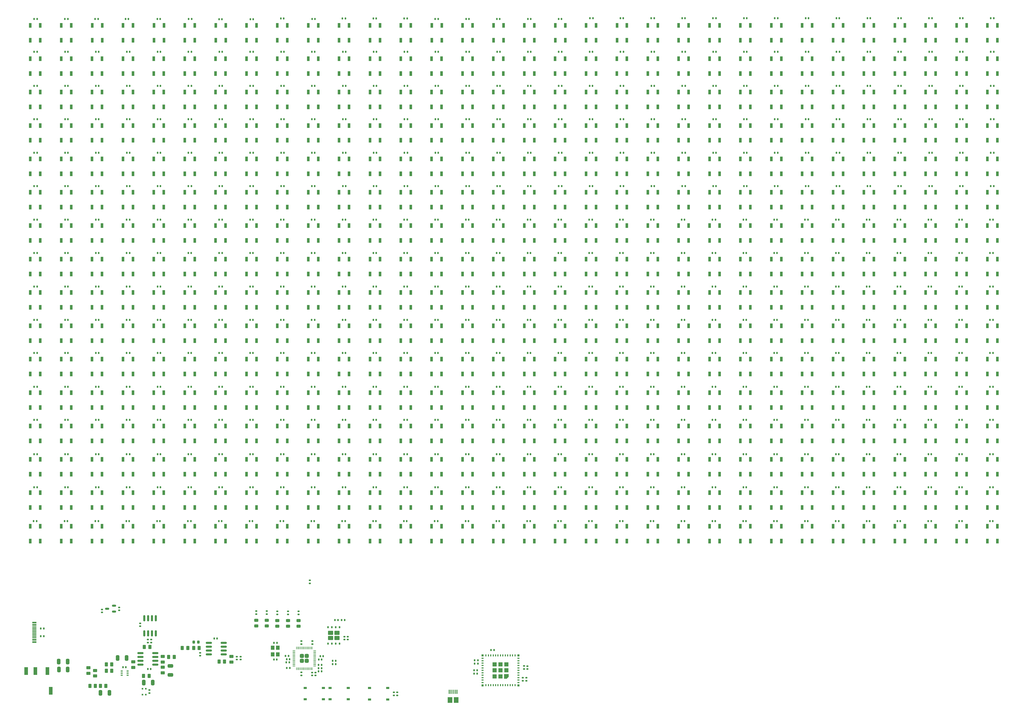
<source format=gbr>
%TF.GenerationSoftware,KiCad,Pcbnew,7.0.7*%
%TF.CreationDate,2024-03-03T19:12:32-08:00*%
%TF.ProjectId,rp2040_audio_spectrum,72703230-3430-45f6-9175-64696f5f7370,rev?*%
%TF.SameCoordinates,Original*%
%TF.FileFunction,Paste,Top*%
%TF.FilePolarity,Positive*%
%FSLAX46Y46*%
G04 Gerber Fmt 4.6, Leading zero omitted, Abs format (unit mm)*
G04 Created by KiCad (PCBNEW 7.0.7) date 2024-03-03 19:12:32*
%MOMM*%
%LPD*%
G01*
G04 APERTURE LIST*
G04 Aperture macros list*
%AMRoundRect*
0 Rectangle with rounded corners*
0 $1 Rounding radius*
0 $2 $3 $4 $5 $6 $7 $8 $9 X,Y pos of 4 corners*
0 Add a 4 corners polygon primitive as box body*
4,1,4,$2,$3,$4,$5,$6,$7,$8,$9,$2,$3,0*
0 Add four circle primitives for the rounded corners*
1,1,$1+$1,$2,$3*
1,1,$1+$1,$4,$5*
1,1,$1+$1,$6,$7*
1,1,$1+$1,$8,$9*
0 Add four rect primitives between the rounded corners*
20,1,$1+$1,$2,$3,$4,$5,0*
20,1,$1+$1,$4,$5,$6,$7,0*
20,1,$1+$1,$6,$7,$8,$9,0*
20,1,$1+$1,$8,$9,$2,$3,0*%
%AMFreePoly0*
4,1,6,0.725000,-0.725000,-0.725000,-0.725000,-0.725000,0.125000,-0.125000,0.725000,0.725000,0.725000,0.725000,-0.725000,0.725000,-0.725000,$1*%
G04 Aperture macros list end*
%ADD10RoundRect,0.140000X-0.140000X-0.170000X0.140000X-0.170000X0.140000X0.170000X-0.140000X0.170000X0*%
%ADD11R,0.900000X1.500000*%
%ADD12RoundRect,0.250000X-0.262500X-0.450000X0.262500X-0.450000X0.262500X0.450000X-0.262500X0.450000X0*%
%ADD13RoundRect,0.140000X0.170000X-0.140000X0.170000X0.140000X-0.170000X0.140000X-0.170000X-0.140000X0*%
%ADD14RoundRect,0.140000X-0.170000X0.140000X-0.170000X-0.140000X0.170000X-0.140000X0.170000X0.140000X0*%
%ADD15RoundRect,0.150000X-0.150000X0.825000X-0.150000X-0.825000X0.150000X-0.825000X0.150000X0.825000X0*%
%ADD16RoundRect,0.243750X0.456250X-0.243750X0.456250X0.243750X-0.456250X0.243750X-0.456250X-0.243750X0*%
%ADD17RoundRect,0.250000X-0.325000X-0.650000X0.325000X-0.650000X0.325000X0.650000X-0.325000X0.650000X0*%
%ADD18RoundRect,0.135000X0.135000X0.185000X-0.135000X0.185000X-0.135000X-0.185000X0.135000X-0.185000X0*%
%ADD19RoundRect,0.250000X0.450000X-0.262500X0.450000X0.262500X-0.450000X0.262500X-0.450000X-0.262500X0*%
%ADD20R,1.000000X0.750000*%
%ADD21R,0.600000X0.540000*%
%ADD22RoundRect,0.140000X0.140000X0.170000X-0.140000X0.170000X-0.140000X-0.170000X0.140000X-0.170000X0*%
%ADD23RoundRect,0.250000X0.325000X0.650000X-0.325000X0.650000X-0.325000X-0.650000X0.325000X-0.650000X0*%
%ADD24RoundRect,0.150000X-0.825000X-0.150000X0.825000X-0.150000X0.825000X0.150000X-0.825000X0.150000X0*%
%ADD25RoundRect,0.250000X-0.615000X0.435000X-0.615000X-0.435000X0.615000X-0.435000X0.615000X0.435000X0*%
%ADD26RoundRect,0.125000X-0.125000X0.250000X-0.125000X-0.250000X0.125000X-0.250000X0.125000X0.250000X0*%
%ADD27R,0.400000X1.350000*%
%ADD28R,1.500000X1.900000*%
%ADD29RoundRect,0.225000X0.225000X0.250000X-0.225000X0.250000X-0.225000X-0.250000X0.225000X-0.250000X0*%
%ADD30RoundRect,0.135000X0.185000X-0.135000X0.185000X0.135000X-0.185000X0.135000X-0.185000X-0.135000X0*%
%ADD31RoundRect,0.135000X-0.135000X-0.185000X0.135000X-0.185000X0.135000X0.185000X-0.135000X0.185000X0*%
%ADD32R,1.200000X2.500000*%
%ADD33RoundRect,0.250000X0.650000X-0.325000X0.650000X0.325000X-0.650000X0.325000X-0.650000X-0.325000X0*%
%ADD34RoundRect,0.249999X-0.395001X0.395001X-0.395001X-0.395001X0.395001X-0.395001X0.395001X0.395001X0*%
%ADD35RoundRect,0.050000X-0.050000X0.387500X-0.050000X-0.387500X0.050000X-0.387500X0.050000X0.387500X0*%
%ADD36RoundRect,0.050000X-0.387500X0.050000X-0.387500X-0.050000X0.387500X-0.050000X0.387500X0.050000X0*%
%ADD37R,1.200000X1.400000*%
%ADD38RoundRect,0.135000X-0.185000X0.135000X-0.185000X-0.135000X0.185000X-0.135000X0.185000X0.135000X0*%
%ADD39R,0.800000X0.400000*%
%ADD40R,0.400000X0.800000*%
%ADD41FreePoly0,180.000000*%
%ADD42R,1.450000X1.450000*%
%ADD43R,0.700000X0.700000*%
%ADD44R,1.450000X0.600000*%
%ADD45R,1.450000X0.300000*%
%ADD46R,0.650000X0.400000*%
%ADD47RoundRect,0.150000X0.512500X0.150000X-0.512500X0.150000X-0.512500X-0.150000X0.512500X-0.150000X0*%
G04 APERTURE END LIST*
D10*
%TO.C,C179*%
X147672683Y-35849793D03*
X148632683Y-35849793D03*
%TD*%
D11*
%TO.C,D414*%
X299445200Y-164390240D03*
X302745200Y-164390240D03*
X302745200Y-159490240D03*
X299445200Y-159490240D03*
%TD*%
D10*
%TO.C,C485*%
X341392636Y-58175176D03*
X342352636Y-58175176D03*
%TD*%
D11*
%TO.C,D54*%
X217845200Y-43074760D03*
X221145200Y-43074760D03*
X221145200Y-38174760D03*
X217845200Y-38174760D03*
%TD*%
D10*
%TO.C,C522*%
X361538390Y-113411000D03*
X362498390Y-113411000D03*
%TD*%
D11*
%TO.C,D279*%
X228045200Y-120275520D03*
X231345200Y-120275520D03*
X231345200Y-115375520D03*
X228045200Y-115375520D03*
%TD*%
D12*
%TO.C,R8*%
X74312700Y-245338600D03*
X76137700Y-245338600D03*
%TD*%
D10*
%TO.C,C180*%
X147672683Y-47126941D03*
X148632683Y-47126941D03*
%TD*%
%TO.C,C516*%
X361784210Y-47126941D03*
X362744210Y-47126941D03*
%TD*%
%TO.C,C259*%
X198651618Y-35849793D03*
X199611618Y-35849793D03*
%TD*%
%TO.C,C514*%
X361781290Y-24784115D03*
X362741290Y-24784115D03*
%TD*%
%TO.C,C268*%
X198536902Y-135365431D03*
X199496902Y-135365431D03*
%TD*%
%TO.C,C505*%
X351350797Y-102362000D03*
X352310797Y-102362000D03*
%TD*%
%TO.C,C83*%
X86497961Y-35849793D03*
X87457961Y-35849793D03*
%TD*%
D13*
%TO.C,C21*%
X90906600Y-225623000D03*
X90906600Y-224663000D03*
%TD*%
D10*
%TO.C,C249*%
X188349309Y-102362000D03*
X189309309Y-102362000D03*
%TD*%
D11*
%TO.C,D126*%
X299445200Y-65132120D03*
X302745200Y-65132120D03*
X302745200Y-60232120D03*
X299445200Y-60232120D03*
%TD*%
%TO.C,D140*%
X115845200Y-76160800D03*
X119145200Y-76160800D03*
X119145200Y-71260800D03*
X115845200Y-71260800D03*
%TD*%
D14*
%TO.C,C13*%
X148818600Y-240921600D03*
X148818600Y-241881600D03*
%TD*%
D10*
%TO.C,C184*%
X147598937Y-91319881D03*
X148558937Y-91319881D03*
%TD*%
D11*
%TO.C,D512*%
X319845200Y-197476280D03*
X323145200Y-197476280D03*
X323145200Y-192576280D03*
X319845200Y-192576280D03*
%TD*%
%TO.C,D208*%
X156645200Y-98218160D03*
X159945200Y-98218160D03*
X159945200Y-93318160D03*
X156645200Y-93318160D03*
%TD*%
D15*
%TO.C,U5*%
X96139000Y-223026200D03*
X94869000Y-223026200D03*
X93599000Y-223026200D03*
X92329000Y-223026200D03*
X92329000Y-227976200D03*
X93599000Y-227976200D03*
X94869000Y-227976200D03*
X96139000Y-227976200D03*
%TD*%
D10*
%TO.C,C190*%
X147598937Y-157470057D03*
X148558937Y-157470057D03*
%TD*%
D13*
%TO.C,C33*%
X174758200Y-248455600D03*
X174758200Y-247495600D03*
%TD*%
D11*
%TO.C,D516*%
X360645200Y-197476280D03*
X363945200Y-197476280D03*
X363945200Y-192576280D03*
X360645200Y-192576280D03*
%TD*%
D10*
%TO.C,C528*%
X361538390Y-179705000D03*
X362498390Y-179705000D03*
%TD*%
D11*
%TO.C,D197*%
X370845200Y-87189480D03*
X374145200Y-87189480D03*
X374145200Y-82289480D03*
X370845200Y-82289480D03*
%TD*%
D10*
%TO.C,C488*%
X341163204Y-91319881D03*
X342123204Y-91319881D03*
%TD*%
%TO.C,C302*%
X218912088Y-157470057D03*
X219872088Y-157470057D03*
%TD*%
%TO.C,C444*%
X310600425Y-135365431D03*
X311560425Y-135365431D03*
%TD*%
%TO.C,C534*%
X371980000Y-69215000D03*
X372940000Y-69215000D03*
%TD*%
D11*
%TO.C,D501*%
X207645200Y-197476280D03*
X210945200Y-197476280D03*
X210945200Y-192576280D03*
X207645200Y-192576280D03*
%TD*%
%TO.C,D269*%
X126045200Y-120275520D03*
X129345200Y-120275520D03*
X129345200Y-115375520D03*
X126045200Y-115375520D03*
%TD*%
%TO.C,D337*%
X166845200Y-142332880D03*
X170145200Y-142332880D03*
X170145200Y-137432880D03*
X166845200Y-137432880D03*
%TD*%
D10*
%TO.C,C510*%
X351350797Y-157470057D03*
X352310797Y-157470057D03*
%TD*%
D11*
%TO.C,D324*%
X360645200Y-131304200D03*
X363945200Y-131304200D03*
X363945200Y-126404200D03*
X360645200Y-126404200D03*
%TD*%
%TO.C,D186*%
X258645200Y-87189480D03*
X261945200Y-87189480D03*
X261945200Y-82289480D03*
X258645200Y-82289480D03*
%TD*%
%TO.C,D222*%
X299445200Y-98218160D03*
X302745200Y-98218160D03*
X302745200Y-93318160D03*
X299445200Y-93318160D03*
%TD*%
%TO.C,D399*%
X146445200Y-164390240D03*
X149745200Y-164390240D03*
X149745200Y-159490240D03*
X146445200Y-159490240D03*
%TD*%
%TO.C,D270*%
X136245200Y-120275520D03*
X139545200Y-120275520D03*
X139545200Y-115375520D03*
X136245200Y-115375520D03*
%TD*%
%TO.C,D508*%
X279045200Y-197476280D03*
X282345200Y-197476280D03*
X282345200Y-192576280D03*
X279045200Y-192576280D03*
%TD*%
%TO.C,D329*%
X85245200Y-142332880D03*
X88545200Y-142332880D03*
X88545200Y-137432880D03*
X85245200Y-137432880D03*
%TD*%
%TO.C,D260*%
X360645200Y-109246840D03*
X363945200Y-109246840D03*
X363945200Y-104346840D03*
X360645200Y-104346840D03*
%TD*%
%TO.C,D210*%
X177045200Y-98218160D03*
X180345200Y-98218160D03*
X180345200Y-93318160D03*
X177045200Y-93318160D03*
%TD*%
D10*
%TO.C,C198*%
X157868470Y-69215000D03*
X158828470Y-69215000D03*
%TD*%
D11*
%TO.C,D109*%
X126045200Y-65132120D03*
X129345200Y-65132120D03*
X129345200Y-60232120D03*
X126045200Y-60232120D03*
%TD*%
%TO.C,D412*%
X279045200Y-164390240D03*
X282345200Y-164390240D03*
X282345200Y-159490240D03*
X279045200Y-159490240D03*
%TD*%
D10*
%TO.C,C237*%
X178161716Y-146558000D03*
X179121716Y-146558000D03*
%TD*%
D11*
%TO.C,D235*%
X105645200Y-109246840D03*
X108945200Y-109246840D03*
X108945200Y-104346840D03*
X105645200Y-104346840D03*
%TD*%
D10*
%TO.C,C295*%
X219043192Y-80271646D03*
X220003192Y-80271646D03*
%TD*%
%TO.C,C313*%
X229099681Y-102362000D03*
X230059681Y-102362000D03*
%TD*%
D11*
%TO.C,D502*%
X217845200Y-197476280D03*
X221145200Y-197476280D03*
X221145200Y-192576280D03*
X217845200Y-192576280D03*
%TD*%
D16*
%TO.C,D4*%
X129286000Y-225551400D03*
X129286000Y-223676400D03*
%TD*%
D11*
%TO.C,D477*%
X289245200Y-186447600D03*
X292545200Y-186447600D03*
X292545200Y-181547600D03*
X289245200Y-181547600D03*
%TD*%
D10*
%TO.C,C333*%
X239287274Y-146558000D03*
X240247274Y-146558000D03*
%TD*%
D11*
%TO.C,D428*%
X115845200Y-175418920D03*
X119145200Y-175418920D03*
X119145200Y-170518920D03*
X115845200Y-170518920D03*
%TD*%
%TO.C,D178*%
X177045200Y-87189480D03*
X180345200Y-87189480D03*
X180345200Y-82289480D03*
X177045200Y-82289480D03*
%TD*%
D10*
%TO.C,C185*%
X147598937Y-102362000D03*
X148558937Y-102362000D03*
%TD*%
D11*
%TO.C,D484*%
X360645200Y-186447600D03*
X363945200Y-186447600D03*
X363945200Y-181547600D03*
X360645200Y-181547600D03*
%TD*%
%TO.C,D188*%
X279045200Y-87189480D03*
X282345200Y-87189480D03*
X282345200Y-82289480D03*
X279045200Y-82289480D03*
%TD*%
D17*
%TO.C,C30*%
X83513400Y-236118400D03*
X86463400Y-236118400D03*
%TD*%
D14*
%TO.C,C10*%
X147751800Y-240921600D03*
X147751800Y-241881600D03*
%TD*%
D11*
%TO.C,D81*%
X166845200Y-54103440D03*
X170145200Y-54103440D03*
X170145200Y-49203440D03*
X166845200Y-49203440D03*
%TD*%
D10*
%TO.C,C99*%
X96693748Y-35849793D03*
X97653748Y-35849793D03*
%TD*%
%TO.C,C120*%
X106848565Y-91319881D03*
X107808565Y-91319881D03*
%TD*%
D11*
%TO.C,D124*%
X279045200Y-65132120D03*
X282345200Y-65132120D03*
X282345200Y-60232120D03*
X279045200Y-60232120D03*
%TD*%
D10*
%TO.C,C387*%
X280217914Y-35849793D03*
X281177914Y-35849793D03*
%TD*%
D11*
%TO.C,D92*%
X279045200Y-54103440D03*
X282345200Y-54103440D03*
X282345200Y-49203440D03*
X279045200Y-49203440D03*
%TD*%
D10*
%TO.C,C70*%
X76302174Y-69215000D03*
X77262174Y-69215000D03*
%TD*%
%TO.C,C43*%
X55910600Y-124464586D03*
X56870600Y-124464586D03*
%TD*%
D11*
%TO.C,D345*%
X248445200Y-142332880D03*
X251745200Y-142332880D03*
X251745200Y-137432880D03*
X248445200Y-137432880D03*
%TD*%
D10*
%TO.C,C515*%
X361784210Y-35849793D03*
X362744210Y-35849793D03*
%TD*%
D11*
%TO.C,D478*%
X299445200Y-186447600D03*
X302745200Y-186447600D03*
X302745200Y-181547600D03*
X299445200Y-181547600D03*
%TD*%
%TO.C,D90*%
X258645200Y-54103440D03*
X261945200Y-54103440D03*
X261945200Y-49203440D03*
X258645200Y-49203440D03*
%TD*%
D10*
%TO.C,C170*%
X137411344Y-113411000D03*
X138371344Y-113411000D03*
%TD*%
D18*
%TO.C,R3*%
X140413200Y-239445800D03*
X139393200Y-239445800D03*
%TD*%
D11*
%TO.C,D430*%
X136245200Y-175418920D03*
X139545200Y-175418920D03*
X139545200Y-170518920D03*
X136245200Y-170518920D03*
%TD*%
%TO.C,D236*%
X115845200Y-109246840D03*
X119145200Y-109246840D03*
X119145200Y-104346840D03*
X115845200Y-104346840D03*
%TD*%
D12*
%TO.C,R19*%
X104853100Y-232791000D03*
X106678100Y-232791000D03*
%TD*%
D11*
%TO.C,D196*%
X360645200Y-87189480D03*
X363945200Y-87189480D03*
X363945200Y-82289480D03*
X360645200Y-82289480D03*
%TD*%
D10*
%TO.C,C399*%
X280037646Y-168783000D03*
X280997646Y-168783000D03*
%TD*%
D19*
%TO.C,R17*%
X98374200Y-240993300D03*
X98374200Y-239168300D03*
%TD*%
D11*
%TO.C,D276*%
X197445200Y-120275520D03*
X200745200Y-120275520D03*
X200745200Y-115375520D03*
X197445200Y-115375520D03*
%TD*%
D10*
%TO.C,C262*%
X198651618Y-69215000D03*
X199611618Y-69215000D03*
%TD*%
%TO.C,C457*%
X320788018Y-102362000D03*
X321748018Y-102362000D03*
%TD*%
D11*
%TO.C,D389*%
X370845200Y-153361560D03*
X374145200Y-153361560D03*
X374145200Y-148461560D03*
X370845200Y-148461560D03*
%TD*%
D10*
%TO.C,C174*%
X137411344Y-157470057D03*
X138371344Y-157470057D03*
%TD*%
D11*
%TO.C,D320*%
X319845200Y-131304200D03*
X323145200Y-131304200D03*
X323145200Y-126404200D03*
X319845200Y-126404200D03*
%TD*%
%TO.C,D27*%
X268858334Y-32046080D03*
X272158334Y-32046080D03*
X272158334Y-27146080D03*
X268858334Y-27146080D03*
%TD*%
%TO.C,D118*%
X217845200Y-65132120D03*
X221145200Y-65132120D03*
X221145200Y-60232120D03*
X217845200Y-60232120D03*
%TD*%
D10*
%TO.C,C371*%
X270022127Y-35849793D03*
X270982127Y-35849793D03*
%TD*%
D11*
%TO.C,D315*%
X268845200Y-131304200D03*
X272145200Y-131304200D03*
X272145200Y-126404200D03*
X268845200Y-126404200D03*
%TD*%
D10*
%TO.C,C530*%
X371980000Y-24784115D03*
X372940000Y-24784115D03*
%TD*%
D11*
%TO.C,D232*%
X75045200Y-109246840D03*
X78345200Y-109246840D03*
X78345200Y-104346840D03*
X75045200Y-104346840D03*
%TD*%
%TO.C,D312*%
X238245200Y-131304200D03*
X241545200Y-131304200D03*
X241545200Y-126404200D03*
X238245200Y-126404200D03*
%TD*%
D10*
%TO.C,C392*%
X280037646Y-91319881D03*
X280997646Y-91319881D03*
%TD*%
%TO.C,C497*%
X341124712Y-190881000D03*
X342084712Y-190881000D03*
%TD*%
D11*
%TO.C,D42*%
X95445200Y-43074760D03*
X98745200Y-43074760D03*
X98745200Y-38174760D03*
X95445200Y-38174760D03*
%TD*%
D10*
%TO.C,C148*%
X127281109Y-47126941D03*
X128241109Y-47126941D03*
%TD*%
D11*
%TO.C,D330*%
X95445200Y-142332880D03*
X98745200Y-142332880D03*
X98745200Y-137432880D03*
X95445200Y-137432880D03*
%TD*%
%TO.C,D167*%
X64845200Y-87189480D03*
X68145200Y-87189480D03*
X68145200Y-82289480D03*
X64845200Y-82289480D03*
%TD*%
%TO.C,D302*%
X136245200Y-131304200D03*
X139545200Y-131304200D03*
X139545200Y-126404200D03*
X136245200Y-126404200D03*
%TD*%
D10*
%TO.C,C309*%
X229238979Y-58175176D03*
X230198979Y-58175176D03*
%TD*%
%TO.C,C533*%
X371980000Y-58175176D03*
X372940000Y-58175176D03*
%TD*%
D18*
%TO.C,R6*%
X139981400Y-235432600D03*
X138961400Y-235432600D03*
%TD*%
D10*
%TO.C,C57*%
X66098193Y-102362000D03*
X67058193Y-102362000D03*
%TD*%
%TO.C,C508*%
X351350797Y-135365431D03*
X352310797Y-135365431D03*
%TD*%
D11*
%TO.C,D443*%
X268845200Y-175418920D03*
X272145200Y-175418920D03*
X272145200Y-170518920D03*
X268845200Y-170518920D03*
%TD*%
%TO.C,D360*%
X75045200Y-153361560D03*
X78345200Y-153361560D03*
X78345200Y-148461560D03*
X75045200Y-148461560D03*
%TD*%
%TO.C,D243*%
X187245200Y-109246840D03*
X190545200Y-109246840D03*
X190545200Y-104346840D03*
X187245200Y-104346840D03*
%TD*%
%TO.C,D436*%
X197445200Y-175418920D03*
X200745200Y-175418920D03*
X200745200Y-170518920D03*
X197445200Y-170518920D03*
%TD*%
%TO.C,D413*%
X289245200Y-164390240D03*
X292545200Y-164390240D03*
X292545200Y-159490240D03*
X289245200Y-159490240D03*
%TD*%
D10*
%TO.C,C41*%
X55910600Y-102362000D03*
X56870600Y-102362000D03*
%TD*%
%TO.C,C420*%
X300609488Y-47126941D03*
X301569488Y-47126941D03*
%TD*%
%TO.C,C353*%
X249398926Y-190881000D03*
X250358926Y-190881000D03*
%TD*%
%TO.C,C263*%
X198651618Y-80271646D03*
X199611618Y-80271646D03*
%TD*%
D11*
%TO.C,D353*%
X330045200Y-142332880D03*
X333345200Y-142332880D03*
X333345200Y-137432880D03*
X330045200Y-137432880D03*
%TD*%
%TO.C,D130*%
X340245200Y-65132120D03*
X343545200Y-65132120D03*
X343545200Y-60232120D03*
X340245200Y-60232120D03*
%TD*%
D10*
%TO.C,C200*%
X157786530Y-91319881D03*
X158746530Y-91319881D03*
%TD*%
D11*
%TO.C,D300*%
X115845200Y-131304200D03*
X119145200Y-131304200D03*
X119145200Y-126404200D03*
X115845200Y-126404200D03*
%TD*%
D10*
%TO.C,C147*%
X127281109Y-35849793D03*
X128241109Y-35849793D03*
%TD*%
D11*
%TO.C,D265*%
X85245200Y-120275520D03*
X88545200Y-120275520D03*
X88545200Y-115375520D03*
X85245200Y-115375520D03*
%TD*%
%TO.C,D400*%
X156645200Y-164390240D03*
X159945200Y-164390240D03*
X159945200Y-159490240D03*
X156645200Y-159490240D03*
%TD*%
%TO.C,D154*%
X258645200Y-76160800D03*
X261945200Y-76160800D03*
X261945200Y-71260800D03*
X258645200Y-71260800D03*
%TD*%
D10*
%TO.C,C417*%
X290165942Y-190881000D03*
X291125942Y-190881000D03*
%TD*%
%TO.C,C233*%
X178161716Y-102362000D03*
X179121716Y-102362000D03*
%TD*%
%TO.C,C463*%
X320788018Y-168783000D03*
X321748018Y-168783000D03*
%TD*%
%TO.C,C218*%
X167974123Y-113411000D03*
X168934123Y-113411000D03*
%TD*%
%TO.C,C144*%
X117036158Y-179705000D03*
X117996158Y-179705000D03*
%TD*%
D11*
%TO.C,D250*%
X258645200Y-109246840D03*
X261945200Y-109246840D03*
X261945200Y-104346840D03*
X258645200Y-104346840D03*
%TD*%
%TO.C,D289*%
X330045200Y-120275520D03*
X333345200Y-120275520D03*
X333345200Y-115375520D03*
X330045200Y-115375520D03*
%TD*%
D10*
%TO.C,C395*%
X280037646Y-124464586D03*
X280997646Y-124464586D03*
%TD*%
%TO.C,C491*%
X341163204Y-124464586D03*
X342123204Y-124464586D03*
%TD*%
D11*
%TO.C,D393*%
X85245200Y-164390240D03*
X88545200Y-164390240D03*
X88545200Y-159490240D03*
X85245200Y-159490240D03*
%TD*%
%TO.C,D65*%
X330045200Y-43074760D03*
X333345200Y-43074760D03*
X333345200Y-38174760D03*
X330045200Y-38174760D03*
%TD*%
%TO.C,D57*%
X248445200Y-43074760D03*
X251745200Y-43074760D03*
X251745200Y-38174760D03*
X248445200Y-38174760D03*
%TD*%
D18*
%TO.C,R27*%
X59132200Y-226415600D03*
X58112200Y-226415600D03*
%TD*%
D10*
%TO.C,C53*%
X66106387Y-58175176D03*
X67066387Y-58175176D03*
%TD*%
D11*
%TO.C,D223*%
X309645200Y-98218160D03*
X312945200Y-98218160D03*
X312945200Y-93318160D03*
X309645200Y-93318160D03*
%TD*%
D10*
%TO.C,C381*%
X269850053Y-146558000D03*
X270810053Y-146558000D03*
%TD*%
%TO.C,C310*%
X229238979Y-69215000D03*
X230198979Y-69215000D03*
%TD*%
D11*
%TO.C,D203*%
X105645200Y-98218160D03*
X108945200Y-98218160D03*
X108945200Y-93318160D03*
X105645200Y-93318160D03*
%TD*%
%TO.C,D433*%
X166845200Y-175418920D03*
X170145200Y-175418920D03*
X170145200Y-170518920D03*
X166845200Y-170518920D03*
%TD*%
%TO.C,D301*%
X126045200Y-131304200D03*
X129345200Y-131304200D03*
X129345200Y-126404200D03*
X126045200Y-126404200D03*
%TD*%
D10*
%TO.C,C351*%
X249474867Y-168783000D03*
X250434867Y-168783000D03*
%TD*%
%TO.C,C211*%
X168064257Y-35849793D03*
X169024257Y-35849793D03*
%TD*%
D11*
%TO.C,D231*%
X64845200Y-109246840D03*
X68145200Y-109246840D03*
X68145200Y-104346840D03*
X64845200Y-104346840D03*
%TD*%
D19*
%TO.C,R21*%
X88620600Y-239215300D03*
X88620600Y-237390300D03*
%TD*%
D10*
%TO.C,C539*%
X371726000Y-124464586D03*
X372686000Y-124464586D03*
%TD*%
D11*
%TO.C,D214*%
X217845200Y-98218160D03*
X221145200Y-98218160D03*
X221145200Y-93318160D03*
X217845200Y-93318160D03*
%TD*%
D10*
%TO.C,C145*%
X116906124Y-190881000D03*
X117866124Y-190881000D03*
%TD*%
%TO.C,C159*%
X127223751Y-168783000D03*
X128183751Y-168783000D03*
%TD*%
D11*
%TO.C,D64*%
X319845200Y-43074760D03*
X323145200Y-43074760D03*
X323145200Y-38174760D03*
X319845200Y-38174760D03*
%TD*%
%TO.C,D468*%
X197445200Y-186447600D03*
X200745200Y-186447600D03*
X200745200Y-181547600D03*
X197445200Y-181547600D03*
%TD*%
D10*
%TO.C,C427*%
X300412832Y-124464586D03*
X301372832Y-124464586D03*
%TD*%
%TO.C,C187*%
X147598937Y-124464586D03*
X148558937Y-124464586D03*
%TD*%
%TO.C,C537*%
X371726000Y-102362000D03*
X372686000Y-102362000D03*
%TD*%
D11*
%TO.C,D51*%
X187245200Y-43074760D03*
X190545200Y-43074760D03*
X190545200Y-38174760D03*
X187245200Y-38174760D03*
%TD*%
%TO.C,D359*%
X64845200Y-153361560D03*
X68145200Y-153361560D03*
X68145200Y-148461560D03*
X64845200Y-148461560D03*
%TD*%
%TO.C,D282*%
X258645200Y-120275520D03*
X261945200Y-120275520D03*
X261945200Y-115375520D03*
X258645200Y-115375520D03*
%TD*%
%TO.C,D194*%
X340245200Y-87189480D03*
X343545200Y-87189480D03*
X343545200Y-82289480D03*
X340245200Y-82289480D03*
%TD*%
%TO.C,D138*%
X95445200Y-76160800D03*
X98745200Y-76160800D03*
X98745200Y-71260800D03*
X95445200Y-71260800D03*
%TD*%
D10*
%TO.C,C35*%
X55910600Y-35849793D03*
X56870600Y-35849793D03*
%TD*%
%TO.C,C307*%
X229238979Y-35849793D03*
X230198979Y-35849793D03*
%TD*%
%TO.C,C73*%
X76285786Y-102362000D03*
X77245786Y-102362000D03*
%TD*%
%TO.C,C377*%
X269850053Y-102362000D03*
X270810053Y-102362000D03*
%TD*%
%TO.C,C182*%
X147672683Y-69215000D03*
X148632683Y-69215000D03*
%TD*%
%TO.C,C58*%
X66098193Y-113411000D03*
X67058193Y-113411000D03*
%TD*%
D11*
%TO.C,D401*%
X166845200Y-164390240D03*
X170145200Y-164390240D03*
X170145200Y-159490240D03*
X166845200Y-159490240D03*
%TD*%
D10*
%TO.C,C203*%
X157786530Y-124464586D03*
X158746530Y-124464586D03*
%TD*%
D11*
%TO.C,D233*%
X85245200Y-109246840D03*
X88545200Y-109246840D03*
X88545200Y-104346840D03*
X85245200Y-104346840D03*
%TD*%
D10*
%TO.C,C311*%
X229238979Y-80271646D03*
X230198979Y-80271646D03*
%TD*%
D12*
%TO.C,R14*%
X79732500Y-240334800D03*
X81557500Y-240334800D03*
%TD*%
D11*
%TO.C,D176*%
X156645200Y-87189480D03*
X159945200Y-87189480D03*
X159945200Y-82289480D03*
X156645200Y-82289480D03*
%TD*%
D10*
%TO.C,C96*%
X86473379Y-179705000D03*
X87433379Y-179705000D03*
%TD*%
D20*
%TO.C,SW1*%
X153661600Y-246024400D03*
X159661600Y-246024400D03*
X153661600Y-249774400D03*
X159661600Y-249774400D03*
%TD*%
D10*
%TO.C,C327*%
X239434766Y-80271646D03*
X240394766Y-80271646D03*
%TD*%
%TO.C,C278*%
X208847405Y-69215000D03*
X209807405Y-69215000D03*
%TD*%
D11*
%TO.C,D409*%
X248445200Y-164390240D03*
X251745200Y-164390240D03*
X251745200Y-159490240D03*
X248445200Y-159490240D03*
%TD*%
D10*
%TO.C,C197*%
X157868470Y-58175176D03*
X158828470Y-58175176D03*
%TD*%
D11*
%TO.C,D446*%
X299445200Y-175418920D03*
X302745200Y-175418920D03*
X302745200Y-170518920D03*
X299445200Y-170518920D03*
%TD*%
%TO.C,D161*%
X330045200Y-76160800D03*
X333345200Y-76160800D03*
X333345200Y-71260800D03*
X330045200Y-71260800D03*
%TD*%
%TO.C,D172*%
X115845200Y-87189480D03*
X119145200Y-87189480D03*
X119145200Y-82289480D03*
X115845200Y-82289480D03*
%TD*%
%TO.C,D423*%
X64845200Y-175418920D03*
X68145200Y-175418920D03*
X68145200Y-170518920D03*
X64845200Y-170518920D03*
%TD*%
%TO.C,D327*%
X64845200Y-142332880D03*
X68145200Y-142332880D03*
X68145200Y-137432880D03*
X64845200Y-137432880D03*
%TD*%
D10*
%TO.C,C157*%
X127223751Y-146558000D03*
X128183751Y-146558000D03*
%TD*%
D21*
%TO.C,U4*%
X91710800Y-246254900D03*
X91710800Y-248184900D03*
X92760800Y-248184900D03*
X92760800Y-246254900D03*
%TD*%
D11*
%TO.C,D355*%
X350445200Y-142332880D03*
X353745200Y-142332880D03*
X353745200Y-137432880D03*
X350445200Y-137432880D03*
%TD*%
%TO.C,D323*%
X350445200Y-131304200D03*
X353745200Y-131304200D03*
X353745200Y-126404200D03*
X350445200Y-126404200D03*
%TD*%
%TO.C,D82*%
X177045200Y-54103440D03*
X180345200Y-54103440D03*
X180345200Y-49203440D03*
X177045200Y-49203440D03*
%TD*%
D10*
%TO.C,C498*%
X351582606Y-24784115D03*
X352542606Y-24784115D03*
%TD*%
D11*
%TO.C,D427*%
X105645200Y-175418920D03*
X108945200Y-175418920D03*
X108945200Y-170518920D03*
X105645200Y-170518920D03*
%TD*%
%TO.C,D408*%
X238245200Y-164390240D03*
X241545200Y-164390240D03*
X241545200Y-159490240D03*
X238245200Y-159490240D03*
%TD*%
D10*
%TO.C,C431*%
X300412832Y-168783000D03*
X301372832Y-168783000D03*
%TD*%
%TO.C,C343*%
X249630553Y-80271646D03*
X250590553Y-80271646D03*
%TD*%
D11*
%TO.C,D475*%
X268845200Y-186447600D03*
X272145200Y-186447600D03*
X272145200Y-181547600D03*
X268845200Y-181547600D03*
%TD*%
%TO.C,D367*%
X146445200Y-153361560D03*
X149745200Y-153361560D03*
X149745200Y-148461560D03*
X146445200Y-148461560D03*
%TD*%
D10*
%TO.C,C447*%
X310600425Y-168783000D03*
X311560425Y-168783000D03*
%TD*%
%TO.C,C172*%
X137411344Y-135365431D03*
X138371344Y-135365431D03*
%TD*%
D11*
%TO.C,D68*%
X360645200Y-43074760D03*
X363945200Y-43074760D03*
X363945200Y-38174760D03*
X360645200Y-38174760D03*
%TD*%
D19*
%TO.C,R10*%
X76073000Y-242085500D03*
X76073000Y-240260500D03*
%TD*%
D10*
%TO.C,C287*%
X208724495Y-168783000D03*
X209684495Y-168783000D03*
%TD*%
D22*
%TO.C,C6*%
X140332400Y-236499400D03*
X139372400Y-236499400D03*
%TD*%
D10*
%TO.C,C158*%
X127223751Y-157470057D03*
X128183751Y-157470057D03*
%TD*%
%TO.C,C141*%
X117036158Y-146558000D03*
X117996158Y-146558000D03*
%TD*%
%TO.C,C475*%
X330975611Y-124464586D03*
X331935611Y-124464586D03*
%TD*%
D11*
%TO.C,D8*%
X75083338Y-32046080D03*
X78383338Y-32046080D03*
X78383338Y-27146080D03*
X75083338Y-27146080D03*
%TD*%
%TO.C,D242*%
X177045200Y-109246840D03*
X180345200Y-109246840D03*
X180345200Y-104346840D03*
X177045200Y-104346840D03*
%TD*%
D10*
%TO.C,C188*%
X147598937Y-135365431D03*
X148558937Y-135365431D03*
%TD*%
D13*
%TO.C,C9*%
X144170400Y-231518400D03*
X144170400Y-230558400D03*
%TD*%
D10*
%TO.C,C369*%
X259590680Y-190881000D03*
X260550680Y-190881000D03*
%TD*%
D14*
%TO.C,C549*%
X218871800Y-238785400D03*
X218871800Y-239745400D03*
%TD*%
D10*
%TO.C,C291*%
X219043192Y-35849793D03*
X220003192Y-35849793D03*
%TD*%
D11*
%TO.C,D149*%
X207645200Y-76160800D03*
X210945200Y-76160800D03*
X210945200Y-71260800D03*
X207645200Y-71260800D03*
%TD*%
%TO.C,D369*%
X166845200Y-153361560D03*
X170145200Y-153361560D03*
X170145200Y-148461560D03*
X166845200Y-148461560D03*
%TD*%
%TO.C,D145*%
X166845200Y-76160800D03*
X170145200Y-76160800D03*
X170145200Y-71260800D03*
X166845200Y-71260800D03*
%TD*%
D23*
%TO.C,C19*%
X67007000Y-239928400D03*
X64057000Y-239928400D03*
%TD*%
D10*
%TO.C,C512*%
X351350797Y-179705000D03*
X352310797Y-179705000D03*
%TD*%
%TO.C,C286*%
X208724495Y-157470057D03*
X209684495Y-157470057D03*
%TD*%
D11*
%TO.C,D448*%
X319845200Y-175418920D03*
X323145200Y-175418920D03*
X323145200Y-170518920D03*
X319845200Y-170518920D03*
%TD*%
%TO.C,D287*%
X309645200Y-120275520D03*
X312945200Y-120275520D03*
X312945200Y-115375520D03*
X309645200Y-115375520D03*
%TD*%
D10*
%TO.C,C282*%
X208724495Y-113411000D03*
X209684495Y-113411000D03*
%TD*%
D11*
%TO.C,D384*%
X319845200Y-153361560D03*
X323145200Y-153361560D03*
X323145200Y-148461560D03*
X319845200Y-148461560D03*
%TD*%
D10*
%TO.C,C133*%
X117085322Y-58175176D03*
X118045322Y-58175176D03*
%TD*%
%TO.C,C525*%
X361538390Y-146558000D03*
X362498390Y-146558000D03*
%TD*%
D11*
%TO.C,D505*%
X248445200Y-197476280D03*
X251745200Y-197476280D03*
X251745200Y-192576280D03*
X248445200Y-192576280D03*
%TD*%
%TO.C,D262*%
X54645200Y-120275520D03*
X57945200Y-120275520D03*
X57945200Y-115375520D03*
X54645200Y-115375520D03*
%TD*%
%TO.C,D20*%
X197467546Y-32046080D03*
X200767546Y-32046080D03*
X200767546Y-27146080D03*
X197467546Y-27146080D03*
%TD*%
D10*
%TO.C,C346*%
X249474867Y-113411000D03*
X250434867Y-113411000D03*
%TD*%
D11*
%TO.C,D13*%
X126076758Y-32046080D03*
X129376758Y-32046080D03*
X129376758Y-27146080D03*
X126076758Y-27146080D03*
%TD*%
%TO.C,D391*%
X64845200Y-164390240D03*
X68145200Y-164390240D03*
X68145200Y-159490240D03*
X64845200Y-159490240D03*
%TD*%
D10*
%TO.C,C49*%
X55755600Y-190881000D03*
X56715600Y-190881000D03*
%TD*%
%TO.C,C464*%
X320788018Y-179705000D03*
X321748018Y-179705000D03*
%TD*%
%TO.C,C213*%
X168064257Y-58175176D03*
X169024257Y-58175176D03*
%TD*%
%TO.C,C446*%
X310600425Y-157470057D03*
X311560425Y-157470057D03*
%TD*%
%TO.C,C59*%
X66098193Y-124464586D03*
X67058193Y-124464586D03*
%TD*%
D11*
%TO.C,D24*%
X238262282Y-32046080D03*
X241562282Y-32046080D03*
X241562282Y-27146080D03*
X238262282Y-27146080D03*
%TD*%
D10*
%TO.C,C206*%
X157786530Y-157470057D03*
X158746530Y-157470057D03*
%TD*%
%TO.C,C196*%
X157868470Y-47126941D03*
X158828470Y-47126941D03*
%TD*%
%TO.C,C195*%
X157868470Y-35849793D03*
X158828470Y-35849793D03*
%TD*%
%TO.C,C354*%
X259794450Y-24772646D03*
X260754450Y-24772646D03*
%TD*%
%TO.C,C349*%
X249474867Y-146558000D03*
X250434867Y-146558000D03*
%TD*%
%TO.C,C397*%
X280037646Y-146558000D03*
X280997646Y-146558000D03*
%TD*%
%TO.C,C490*%
X341163204Y-113411000D03*
X342123204Y-113411000D03*
%TD*%
%TO.C,C14*%
X149890600Y-240538000D03*
X150850600Y-240538000D03*
%TD*%
D11*
%TO.C,D258*%
X340245200Y-109246840D03*
X343545200Y-109246840D03*
X343545200Y-104346840D03*
X340245200Y-104346840D03*
%TD*%
D10*
%TO.C,C334*%
X239287274Y-157470057D03*
X240247274Y-157470057D03*
%TD*%
%TO.C,C471*%
X331196849Y-80271646D03*
X332156849Y-80271646D03*
%TD*%
%TO.C,C175*%
X137411344Y-168783000D03*
X138371344Y-168783000D03*
%TD*%
D11*
%TO.C,D225*%
X330045200Y-98218160D03*
X333345200Y-98218160D03*
X333345200Y-93318160D03*
X330045200Y-93318160D03*
%TD*%
D10*
%TO.C,C283*%
X208724495Y-124464586D03*
X209684495Y-124464586D03*
%TD*%
%TO.C,C386*%
X280191818Y-24780292D03*
X281151818Y-24780292D03*
%TD*%
D11*
%TO.C,D93*%
X289245200Y-54103440D03*
X292545200Y-54103440D03*
X292545200Y-49203440D03*
X289245200Y-49203440D03*
%TD*%
D10*
%TO.C,C92*%
X86473379Y-135365431D03*
X87433379Y-135365431D03*
%TD*%
D11*
%TO.C,D22*%
X217864914Y-32046080D03*
X221164914Y-32046080D03*
X221164914Y-27146080D03*
X217864914Y-27146080D03*
%TD*%
%TO.C,D120*%
X238245200Y-65132120D03*
X241545200Y-65132120D03*
X241545200Y-60232120D03*
X238245200Y-60232120D03*
%TD*%
D10*
%TO.C,C89*%
X86473379Y-102362000D03*
X87433379Y-102362000D03*
%TD*%
%TO.C,C293*%
X219043192Y-58175176D03*
X220003192Y-58175176D03*
%TD*%
%TO.C,C409*%
X290225239Y-102362000D03*
X291185239Y-102362000D03*
%TD*%
D11*
%TO.C,D498*%
X177045200Y-197476280D03*
X180345200Y-197476280D03*
X180345200Y-192576280D03*
X177045200Y-192576280D03*
%TD*%
%TO.C,D291*%
X350445200Y-120275520D03*
X353745200Y-120275520D03*
X353745200Y-115375520D03*
X350445200Y-115375520D03*
%TD*%
%TO.C,D379*%
X268845200Y-153361560D03*
X272145200Y-153361560D03*
X272145200Y-148461560D03*
X268845200Y-148461560D03*
%TD*%
%TO.C,D37*%
X370845200Y-32046080D03*
X374145200Y-32046080D03*
X374145200Y-27146080D03*
X370845200Y-27146080D03*
%TD*%
D10*
%TO.C,C368*%
X259662460Y-179705000D03*
X260622460Y-179705000D03*
%TD*%
%TO.C,C100*%
X96693748Y-47126941D03*
X97653748Y-47126941D03*
%TD*%
D11*
%TO.C,D207*%
X146445200Y-98218160D03*
X149745200Y-98218160D03*
X149745200Y-93318160D03*
X146445200Y-93318160D03*
%TD*%
%TO.C,D303*%
X146445200Y-131304200D03*
X149745200Y-131304200D03*
X149745200Y-126404200D03*
X146445200Y-126404200D03*
%TD*%
D10*
%TO.C,C299*%
X218912088Y-124464586D03*
X219872088Y-124464586D03*
%TD*%
%TO.C,C350*%
X249474867Y-157470057D03*
X250434867Y-157470057D03*
%TD*%
%TO.C,C439*%
X310805275Y-80271646D03*
X311765275Y-80271646D03*
%TD*%
D11*
%TO.C,D343*%
X228045200Y-142332880D03*
X231345200Y-142332880D03*
X231345200Y-137432880D03*
X228045200Y-137432880D03*
%TD*%
D10*
%TO.C,C413*%
X290225239Y-146558000D03*
X291185239Y-146558000D03*
%TD*%
D11*
%TO.C,D220*%
X279045200Y-98218160D03*
X282345200Y-98218160D03*
X282345200Y-93318160D03*
X279045200Y-93318160D03*
%TD*%
D10*
%TO.C,C192*%
X147598937Y-179705000D03*
X148558937Y-179705000D03*
%TD*%
D11*
%TO.C,D438*%
X217845200Y-175418920D03*
X221145200Y-175418920D03*
X221145200Y-170518920D03*
X217845200Y-170518920D03*
%TD*%
%TO.C,D137*%
X85245200Y-76160800D03*
X88545200Y-76160800D03*
X88545200Y-71260800D03*
X85245200Y-71260800D03*
%TD*%
D10*
%TO.C,C509*%
X351350797Y-146558000D03*
X352310797Y-146558000D03*
%TD*%
D11*
%TO.C,D28*%
X279057018Y-32046080D03*
X282357018Y-32046080D03*
X282357018Y-27146080D03*
X279057018Y-27146080D03*
%TD*%
D10*
%TO.C,C216*%
X167974123Y-91319881D03*
X168934123Y-91319881D03*
%TD*%
D11*
%TO.C,D75*%
X105645200Y-54103440D03*
X108945200Y-54103440D03*
X108945200Y-49203440D03*
X105645200Y-49203440D03*
%TD*%
D10*
%TO.C,C242*%
X188403662Y-25007531D03*
X189363662Y-25007531D03*
%TD*%
%TO.C,C506*%
X351350797Y-113411000D03*
X352310797Y-113411000D03*
%TD*%
%TO.C,C493*%
X341163204Y-146558000D03*
X342123204Y-146558000D03*
%TD*%
D11*
%TO.C,D263*%
X64845200Y-120275520D03*
X68145200Y-120275520D03*
X68145200Y-115375520D03*
X64845200Y-115375520D03*
%TD*%
D10*
%TO.C,C290*%
X218999714Y-25007533D03*
X219959714Y-25007533D03*
%TD*%
%TO.C,C226*%
X178180000Y-24888432D03*
X179140000Y-24888432D03*
%TD*%
D11*
%TO.C,D241*%
X166845200Y-109246840D03*
X170145200Y-109246840D03*
X170145200Y-104346840D03*
X166845200Y-104346840D03*
%TD*%
%TO.C,D6*%
X54645200Y-32046080D03*
X57945200Y-32046080D03*
X57945200Y-27146080D03*
X54645200Y-27146080D03*
%TD*%
D10*
%TO.C,C228*%
X178260044Y-47126941D03*
X179220044Y-47126941D03*
%TD*%
D11*
%TO.C,D23*%
X228063598Y-32046080D03*
X231363598Y-32046080D03*
X231363598Y-27146080D03*
X228063598Y-27146080D03*
%TD*%
D10*
%TO.C,C423*%
X300609488Y-80271646D03*
X301569488Y-80271646D03*
%TD*%
D11*
%TO.C,D354*%
X340245200Y-142332880D03*
X343545200Y-142332880D03*
X343545200Y-137432880D03*
X340245200Y-137432880D03*
%TD*%
%TO.C,D451*%
X350445200Y-175418920D03*
X353745200Y-175418920D03*
X353745200Y-170518920D03*
X350445200Y-170518920D03*
%TD*%
D10*
%TO.C,C502*%
X351588423Y-69215000D03*
X352548423Y-69215000D03*
%TD*%
%TO.C,C253*%
X188349309Y-146558000D03*
X189309309Y-146558000D03*
%TD*%
%TO.C,C68*%
X76302174Y-47126941D03*
X77262174Y-47126941D03*
%TD*%
D22*
%TO.C,C15*%
X136116000Y-231114600D03*
X135156000Y-231114600D03*
%TD*%
D10*
%TO.C,C40*%
X55910600Y-91319881D03*
X56870600Y-91319881D03*
%TD*%
D11*
%TO.C,D91*%
X268845200Y-54103440D03*
X272145200Y-54103440D03*
X272145200Y-49203440D03*
X268845200Y-49203440D03*
%TD*%
%TO.C,D511*%
X309645200Y-197476280D03*
X312945200Y-197476280D03*
X312945200Y-192576280D03*
X309645200Y-192576280D03*
%TD*%
%TO.C,D249*%
X248445200Y-109246840D03*
X251745200Y-109246840D03*
X251745200Y-104346840D03*
X248445200Y-104346840D03*
%TD*%
D10*
%TO.C,C476*%
X330975611Y-135365431D03*
X331935611Y-135365431D03*
%TD*%
D11*
%TO.C,D461*%
X126045200Y-186447600D03*
X129345200Y-186447600D03*
X129345200Y-181547600D03*
X126045200Y-181547600D03*
%TD*%
%TO.C,D342*%
X217845200Y-142332880D03*
X221145200Y-142332880D03*
X221145200Y-137432880D03*
X217845200Y-137432880D03*
%TD*%
%TO.C,D274*%
X177045200Y-120275520D03*
X180345200Y-120275520D03*
X180345200Y-115375520D03*
X177045200Y-115375520D03*
%TD*%
D10*
%TO.C,C407*%
X290413701Y-80271646D03*
X291373701Y-80271646D03*
%TD*%
D11*
%TO.C,D31*%
X309653070Y-32046080D03*
X312953070Y-32046080D03*
X312953070Y-27146080D03*
X309653070Y-27146080D03*
%TD*%
%TO.C,D83*%
X187245200Y-54103440D03*
X190545200Y-54103440D03*
X190545200Y-49203440D03*
X187245200Y-49203440D03*
%TD*%
D10*
%TO.C,C261*%
X198651618Y-58175176D03*
X199611618Y-58175176D03*
%TD*%
%TO.C,C143*%
X117036158Y-168783000D03*
X117996158Y-168783000D03*
%TD*%
%TO.C,C355*%
X259826340Y-35849793D03*
X260786340Y-35849793D03*
%TD*%
D16*
%TO.C,D1*%
X139763500Y-225649000D03*
X139763500Y-223774000D03*
%TD*%
D11*
%TO.C,D122*%
X258645200Y-65132120D03*
X261945200Y-65132120D03*
X261945200Y-60232120D03*
X258645200Y-60232120D03*
%TD*%
%TO.C,D132*%
X360645200Y-65132120D03*
X363945200Y-65132120D03*
X363945200Y-60232120D03*
X360645200Y-60232120D03*
%TD*%
%TO.C,D299*%
X105645200Y-131304200D03*
X108945200Y-131304200D03*
X108945200Y-126404200D03*
X105645200Y-126404200D03*
%TD*%
%TO.C,D331*%
X105645200Y-142332880D03*
X108945200Y-142332880D03*
X108945200Y-137432880D03*
X105645200Y-137432880D03*
%TD*%
%TO.C,D311*%
X228045200Y-131304200D03*
X231345200Y-131304200D03*
X231345200Y-126404200D03*
X228045200Y-126404200D03*
%TD*%
%TO.C,D151*%
X228045200Y-76160800D03*
X231345200Y-76160800D03*
X231345200Y-71260800D03*
X228045200Y-71260800D03*
%TD*%
D10*
%TO.C,C440*%
X310600425Y-91319881D03*
X311560425Y-91319881D03*
%TD*%
D14*
%TO.C,C18*%
X84023200Y-219407800D03*
X84023200Y-220367800D03*
%TD*%
D11*
%TO.C,D482*%
X340245200Y-186447600D03*
X343545200Y-186447600D03*
X343545200Y-181547600D03*
X340245200Y-181547600D03*
%TD*%
D10*
%TO.C,C489*%
X341163204Y-102362000D03*
X342123204Y-102362000D03*
%TD*%
D11*
%TO.C,D98*%
X340245200Y-54103440D03*
X343545200Y-54103440D03*
X343545200Y-49203440D03*
X340245200Y-49203440D03*
%TD*%
D10*
%TO.C,C389*%
X280217914Y-58175176D03*
X281177914Y-58175176D03*
%TD*%
D11*
%TO.C,D164*%
X360645200Y-76160800D03*
X363945200Y-76160800D03*
X363945200Y-71260800D03*
X360645200Y-71260800D03*
%TD*%
D10*
%TO.C,C365*%
X259662460Y-146558000D03*
X260622460Y-146558000D03*
%TD*%
%TO.C,C106*%
X96660972Y-113411000D03*
X97620972Y-113411000D03*
%TD*%
D11*
%TO.C,D112*%
X156645200Y-65132120D03*
X159945200Y-65132120D03*
X159945200Y-60232120D03*
X156645200Y-60232120D03*
%TD*%
D10*
%TO.C,C341*%
X249630553Y-58175176D03*
X250590553Y-58175176D03*
%TD*%
D11*
%TO.C,D382*%
X299445200Y-153361560D03*
X302745200Y-153361560D03*
X302745200Y-148461560D03*
X299445200Y-148461560D03*
%TD*%
%TO.C,D53*%
X207645200Y-43074760D03*
X210945200Y-43074760D03*
X210945200Y-38174760D03*
X207645200Y-38174760D03*
%TD*%
D24*
%TO.C,U6*%
X90985800Y-234518200D03*
X90985800Y-235788200D03*
X90985800Y-237058200D03*
X90985800Y-238328200D03*
X95935800Y-238328200D03*
X95935800Y-237058200D03*
X95935800Y-235788200D03*
X95935800Y-234518200D03*
%TD*%
D11*
%TO.C,D209*%
X166845200Y-98218160D03*
X170145200Y-98218160D03*
X170145200Y-93318160D03*
X166845200Y-93318160D03*
%TD*%
%TO.C,D273*%
X166845200Y-120275520D03*
X170145200Y-120275520D03*
X170145200Y-115375520D03*
X166845200Y-115375520D03*
%TD*%
D10*
%TO.C,C64*%
X66098193Y-179705000D03*
X67058193Y-179705000D03*
%TD*%
D11*
%TO.C,D94*%
X299445200Y-54103440D03*
X302745200Y-54103440D03*
X302745200Y-49203440D03*
X299445200Y-49203440D03*
%TD*%
%TO.C,D271*%
X146445200Y-120275520D03*
X149745200Y-120275520D03*
X149745200Y-115375520D03*
X146445200Y-115375520D03*
%TD*%
D10*
%TO.C,C323*%
X239434766Y-35849793D03*
X240394766Y-35849793D03*
%TD*%
D11*
%TO.C,D100*%
X360645200Y-54103440D03*
X363945200Y-54103440D03*
X363945200Y-49203440D03*
X360645200Y-49203440D03*
%TD*%
%TO.C,D143*%
X146445200Y-76160800D03*
X149745200Y-76160800D03*
X149745200Y-71260800D03*
X146445200Y-71260800D03*
%TD*%
%TO.C,D35*%
X350447806Y-32046080D03*
X353747806Y-32046080D03*
X353747806Y-27146080D03*
X350447806Y-27146080D03*
%TD*%
D10*
%TO.C,C55*%
X66106387Y-80271646D03*
X67066387Y-80271646D03*
%TD*%
%TO.C,C449*%
X310549450Y-190881000D03*
X311509450Y-190881000D03*
%TD*%
D11*
%TO.C,D335*%
X146445200Y-142332880D03*
X149745200Y-142332880D03*
X149745200Y-137432880D03*
X146445200Y-137432880D03*
%TD*%
D10*
%TO.C,C102*%
X96693748Y-69215000D03*
X97653748Y-69215000D03*
%TD*%
D11*
%TO.C,D280*%
X238245200Y-120275520D03*
X241545200Y-120275520D03*
X241545200Y-115375520D03*
X238245200Y-115375520D03*
%TD*%
D10*
%TO.C,C135*%
X117085322Y-80271646D03*
X118045322Y-80271646D03*
%TD*%
D11*
%TO.C,D177*%
X166845200Y-87189480D03*
X170145200Y-87189480D03*
X170145200Y-82289480D03*
X166845200Y-82289480D03*
%TD*%
%TO.C,D466*%
X177045200Y-186447600D03*
X180345200Y-186447600D03*
X180345200Y-181547600D03*
X177045200Y-181547600D03*
%TD*%
D23*
%TO.C,C22*%
X80773800Y-247599200D03*
X77823800Y-247599200D03*
%TD*%
D20*
%TO.C,SW2*%
X145460200Y-246024400D03*
X151460200Y-246024400D03*
X145460200Y-249774400D03*
X151460200Y-249774400D03*
%TD*%
D10*
%TO.C,C356*%
X259826340Y-47126941D03*
X260786340Y-47126941D03*
%TD*%
D11*
%TO.C,D385*%
X330045200Y-153361560D03*
X333345200Y-153361560D03*
X333345200Y-148461560D03*
X330045200Y-148461560D03*
%TD*%
D10*
%TO.C,C450*%
X320986554Y-24776469D03*
X321946554Y-24776469D03*
%TD*%
%TO.C,C366*%
X259662460Y-157470057D03*
X260622460Y-157470057D03*
%TD*%
%TO.C,C456*%
X320788018Y-91319881D03*
X321748018Y-91319881D03*
%TD*%
D13*
%TO.C,C32*%
X122859800Y-236649200D03*
X122859800Y-235689200D03*
%TD*%
D11*
%TO.C,D405*%
X207645200Y-164390240D03*
X210945200Y-164390240D03*
X210945200Y-159490240D03*
X207645200Y-159490240D03*
%TD*%
D10*
%TO.C,C78*%
X76285786Y-157470057D03*
X77245786Y-157470057D03*
%TD*%
%TO.C,C445*%
X310600425Y-146558000D03*
X311560425Y-146558000D03*
%TD*%
D13*
%TO.C,C29*%
X110718600Y-235353800D03*
X110718600Y-234393800D03*
%TD*%
D11*
%TO.C,D493*%
X126045200Y-197476280D03*
X129345200Y-197476280D03*
X129345200Y-192576280D03*
X126045200Y-192576280D03*
%TD*%
%TO.C,D515*%
X350445200Y-197476280D03*
X353745200Y-197476280D03*
X353745200Y-192576280D03*
X350445200Y-192576280D03*
%TD*%
%TO.C,D66*%
X340245200Y-43074760D03*
X343545200Y-43074760D03*
X343545200Y-38174760D03*
X340245200Y-38174760D03*
%TD*%
D10*
%TO.C,C385*%
X269782434Y-190881000D03*
X270742434Y-190881000D03*
%TD*%
D11*
%TO.C,D84*%
X197445200Y-54103440D03*
X200745200Y-54103440D03*
X200745200Y-49203440D03*
X197445200Y-49203440D03*
%TD*%
D10*
%TO.C,C442*%
X310600425Y-113411000D03*
X311560425Y-113411000D03*
%TD*%
D11*
%TO.C,D15*%
X146474126Y-32046080D03*
X149774126Y-32046080D03*
X149774126Y-27146080D03*
X146474126Y-27146080D03*
%TD*%
%TO.C,D341*%
X207645200Y-142332880D03*
X210945200Y-142332880D03*
X210945200Y-137432880D03*
X207645200Y-137432880D03*
%TD*%
D10*
%TO.C,C214*%
X168064257Y-69215000D03*
X169024257Y-69215000D03*
%TD*%
D18*
%TO.C,R4*%
X155524200Y-237032800D03*
X154504200Y-237032800D03*
%TD*%
D10*
%TO.C,C315*%
X229099681Y-124464586D03*
X230059681Y-124464586D03*
%TD*%
D11*
%TO.C,D159*%
X309645200Y-76160800D03*
X312945200Y-76160800D03*
X312945200Y-71260800D03*
X309645200Y-71260800D03*
%TD*%
D18*
%TO.C,R37*%
X202313000Y-240157000D03*
X201293000Y-240157000D03*
%TD*%
D10*
%TO.C,C74*%
X76285786Y-113411000D03*
X77245786Y-113411000D03*
%TD*%
D11*
%TO.C,D317*%
X289245200Y-131304200D03*
X292545200Y-131304200D03*
X292545200Y-126404200D03*
X289245200Y-126404200D03*
%TD*%
D10*
%TO.C,C77*%
X76285786Y-146558000D03*
X77245786Y-146558000D03*
%TD*%
%TO.C,C116*%
X106889535Y-47126941D03*
X107849535Y-47126941D03*
%TD*%
D11*
%TO.C,D228*%
X360645200Y-98218160D03*
X363945200Y-98218160D03*
X363945200Y-93318160D03*
X360645200Y-93318160D03*
%TD*%
%TO.C,D432*%
X156645200Y-175418920D03*
X159945200Y-175418920D03*
X159945200Y-170518920D03*
X156645200Y-170518920D03*
%TD*%
D10*
%TO.C,C252*%
X188349309Y-135365431D03*
X189309309Y-135365431D03*
%TD*%
D11*
%TO.C,D419*%
X350445200Y-164390240D03*
X353745200Y-164390240D03*
X353745200Y-159490240D03*
X350445200Y-159490240D03*
%TD*%
D10*
%TO.C,C429*%
X300412832Y-146558000D03*
X301372832Y-146558000D03*
%TD*%
D11*
%TO.C,D407*%
X228045200Y-164390240D03*
X231345200Y-164390240D03*
X231345200Y-159490240D03*
X228045200Y-159490240D03*
%TD*%
D10*
%TO.C,C305*%
X218823664Y-190881000D03*
X219783664Y-190881000D03*
%TD*%
D12*
%TO.C,R11*%
X77802100Y-245338600D03*
X79627100Y-245338600D03*
%TD*%
D10*
%TO.C,C523*%
X361538390Y-124464586D03*
X362498390Y-124464586D03*
%TD*%
%TO.C,C437*%
X310805275Y-58175176D03*
X311765275Y-58175176D03*
%TD*%
%TO.C,C95*%
X86473379Y-168783000D03*
X87433379Y-168783000D03*
%TD*%
D11*
%TO.C,D410*%
X258645200Y-164390240D03*
X261945200Y-164390240D03*
X261945200Y-159490240D03*
X258645200Y-159490240D03*
%TD*%
%TO.C,D322*%
X340245200Y-131304200D03*
X343545200Y-131304200D03*
X343545200Y-126404200D03*
X340245200Y-126404200D03*
%TD*%
D10*
%TO.C,C324*%
X239434766Y-47126941D03*
X240394766Y-47126941D03*
%TD*%
D11*
%TO.C,D107*%
X105645200Y-65132120D03*
X108945200Y-65132120D03*
X108945200Y-60232120D03*
X105645200Y-60232120D03*
%TD*%
%TO.C,D486*%
X54645200Y-197476280D03*
X57945200Y-197476280D03*
X57945200Y-192576280D03*
X54645200Y-192576280D03*
%TD*%
D10*
%TO.C,C60*%
X66098193Y-135365431D03*
X67058193Y-135365431D03*
%TD*%
D11*
%TO.C,D30*%
X299454386Y-32046080D03*
X302754386Y-32046080D03*
X302754386Y-27146080D03*
X299454386Y-27146080D03*
%TD*%
D10*
%TO.C,C441*%
X310600425Y-102362000D03*
X311560425Y-102362000D03*
%TD*%
D11*
%TO.C,D325*%
X370845200Y-131304200D03*
X374145200Y-131304200D03*
X374145200Y-126404200D03*
X370845200Y-126404200D03*
%TD*%
D10*
%TO.C,C50*%
X66068000Y-25030471D03*
X67028000Y-25030471D03*
%TD*%
D11*
%TO.C,D168*%
X75045200Y-87189480D03*
X78345200Y-87189480D03*
X78345200Y-82289480D03*
X75045200Y-82289480D03*
%TD*%
D10*
%TO.C,C37*%
X55910600Y-58175176D03*
X56870600Y-58175176D03*
%TD*%
D23*
%TO.C,C23*%
X95048600Y-244273700D03*
X92098600Y-244273700D03*
%TD*%
D10*
%TO.C,C330*%
X239287274Y-113411000D03*
X240247274Y-113411000D03*
%TD*%
%TO.C,C451*%
X321001062Y-35849793D03*
X321961062Y-35849793D03*
%TD*%
%TO.C,C518*%
X361784210Y-69215000D03*
X362744210Y-69215000D03*
%TD*%
%TO.C,C478*%
X330975611Y-157470057D03*
X331935611Y-157470057D03*
%TD*%
%TO.C,C499*%
X351588423Y-35849793D03*
X352548423Y-35849793D03*
%TD*%
D11*
%TO.C,D504*%
X238245200Y-197476280D03*
X241545200Y-197476280D03*
X241545200Y-192576280D03*
X238245200Y-192576280D03*
%TD*%
%TO.C,D346*%
X258645200Y-142332880D03*
X261945200Y-142332880D03*
X261945200Y-137432880D03*
X258645200Y-137432880D03*
%TD*%
%TO.C,D165*%
X370845200Y-76160800D03*
X374145200Y-76160800D03*
X374145200Y-71260800D03*
X370845200Y-71260800D03*
%TD*%
D10*
%TO.C,C526*%
X361538390Y-157470057D03*
X362498390Y-157470057D03*
%TD*%
D11*
%TO.C,D509*%
X289245200Y-197476280D03*
X292545200Y-197476280D03*
X292545200Y-192576280D03*
X289245200Y-192576280D03*
%TD*%
%TO.C,D157*%
X289245200Y-76160800D03*
X292545200Y-76160800D03*
X292545200Y-71260800D03*
X289245200Y-71260800D03*
%TD*%
%TO.C,D219*%
X268845200Y-98218160D03*
X272145200Y-98218160D03*
X272145200Y-93318160D03*
X268845200Y-93318160D03*
%TD*%
D10*
%TO.C,C39*%
X55910600Y-80271646D03*
X56870600Y-80271646D03*
%TD*%
D11*
%TO.C,D29*%
X289255702Y-32046080D03*
X292555702Y-32046080D03*
X292555702Y-27146080D03*
X289255702Y-27146080D03*
%TD*%
D10*
%TO.C,C348*%
X249474867Y-135365431D03*
X250434867Y-135365431D03*
%TD*%
D11*
%TO.C,D61*%
X289245200Y-43074760D03*
X292545200Y-43074760D03*
X292545200Y-38174760D03*
X289245200Y-38174760D03*
%TD*%
D10*
%TO.C,C63*%
X66098193Y-168783000D03*
X67058193Y-168783000D03*
%TD*%
%TO.C,C362*%
X259662460Y-113411000D03*
X260622460Y-113411000D03*
%TD*%
%TO.C,C412*%
X290225239Y-135365431D03*
X291185239Y-135365431D03*
%TD*%
D11*
%TO.C,D58*%
X258645200Y-43074760D03*
X261945200Y-43074760D03*
X261945200Y-38174760D03*
X258645200Y-38174760D03*
%TD*%
%TO.C,D17*%
X166871494Y-32046080D03*
X170171494Y-32046080D03*
X170171494Y-27146080D03*
X166871494Y-27146080D03*
%TD*%
D10*
%TO.C,C245*%
X188455831Y-58175176D03*
X189415831Y-58175176D03*
%TD*%
D11*
%TO.C,D357*%
X370845200Y-142332880D03*
X374145200Y-142332880D03*
X374145200Y-137432880D03*
X370845200Y-137432880D03*
%TD*%
%TO.C,D431*%
X146445200Y-175418920D03*
X149745200Y-175418920D03*
X149745200Y-170518920D03*
X146445200Y-170518920D03*
%TD*%
D10*
%TO.C,C75*%
X76285786Y-124464586D03*
X77245786Y-124464586D03*
%TD*%
D11*
%TO.C,D332*%
X115845200Y-142332880D03*
X119145200Y-142332880D03*
X119145200Y-137432880D03*
X115845200Y-137432880D03*
%TD*%
D10*
%TO.C,C418*%
X300589186Y-24776469D03*
X301549186Y-24776469D03*
%TD*%
%TO.C,C115*%
X106889535Y-35849793D03*
X107849535Y-35849793D03*
%TD*%
D25*
%TO.C,U1*%
X155972400Y-227814400D03*
X153822400Y-227814400D03*
X155972400Y-229514400D03*
X153822400Y-229514400D03*
D26*
X156802400Y-225964400D03*
X155532400Y-225964400D03*
X154262400Y-225964400D03*
X152992400Y-225964400D03*
X152992400Y-231364400D03*
X154262400Y-231364400D03*
X155532400Y-231364400D03*
X156802400Y-231364400D03*
%TD*%
D11*
%TO.C,D481*%
X330045200Y-186447600D03*
X333345200Y-186447600D03*
X333345200Y-181547600D03*
X330045200Y-181547600D03*
%TD*%
%TO.C,D358*%
X54645200Y-153361560D03*
X57945200Y-153361560D03*
X57945200Y-148461560D03*
X54645200Y-148461560D03*
%TD*%
D10*
%TO.C,C110*%
X96660972Y-157470057D03*
X97620972Y-157470057D03*
%TD*%
%TO.C,C337*%
X239207172Y-190881000D03*
X240167172Y-190881000D03*
%TD*%
%TO.C,C248*%
X188349309Y-91319881D03*
X189309309Y-91319881D03*
%TD*%
%TO.C,C331*%
X239287274Y-124464586D03*
X240247274Y-124464586D03*
%TD*%
%TO.C,C474*%
X330975611Y-113411000D03*
X331935611Y-113411000D03*
%TD*%
D27*
%TO.C,J8*%
X193015200Y-247294400D03*
X193665200Y-247294400D03*
X194315200Y-247294400D03*
X194965200Y-247294400D03*
X195615200Y-247294400D03*
D28*
X193315200Y-249994400D03*
X195315200Y-249994400D03*
%TD*%
D10*
%TO.C,C11*%
X149913400Y-236601000D03*
X150873400Y-236601000D03*
%TD*%
%TO.C,C545*%
X371700000Y-190881000D03*
X372660000Y-190881000D03*
%TD*%
D11*
%TO.C,D16*%
X156672810Y-32046080D03*
X159972810Y-32046080D03*
X159972810Y-27146080D03*
X156672810Y-27146080D03*
%TD*%
D10*
%TO.C,C191*%
X147598937Y-168783000D03*
X148558937Y-168783000D03*
%TD*%
D11*
%TO.C,D456*%
X75045200Y-186447600D03*
X78345200Y-186447600D03*
X78345200Y-181547600D03*
X75045200Y-181547600D03*
%TD*%
%TO.C,D32*%
X319851754Y-32046080D03*
X323151754Y-32046080D03*
X323151754Y-27146080D03*
X319851754Y-27146080D03*
%TD*%
%TO.C,D180*%
X197445200Y-87189480D03*
X200745200Y-87189480D03*
X200745200Y-82289480D03*
X197445200Y-82289480D03*
%TD*%
D10*
%TO.C,C76*%
X76285786Y-135365431D03*
X77245786Y-135365431D03*
%TD*%
%TO.C,C319*%
X229099681Y-168783000D03*
X230059681Y-168783000D03*
%TD*%
D11*
%TO.C,D388*%
X360645200Y-153361560D03*
X363945200Y-153361560D03*
X363945200Y-148461560D03*
X360645200Y-148461560D03*
%TD*%
D10*
%TO.C,C462*%
X320788018Y-157470057D03*
X321748018Y-157470057D03*
%TD*%
D22*
%TO.C,C24*%
X116329400Y-229717600D03*
X115369400Y-229717600D03*
%TD*%
D10*
%TO.C,C127*%
X106848565Y-168783000D03*
X107808565Y-168783000D03*
%TD*%
D11*
%TO.C,D474*%
X258645200Y-186447600D03*
X261945200Y-186447600D03*
X261945200Y-181547600D03*
X258645200Y-181547600D03*
%TD*%
D10*
%TO.C,C532*%
X371980000Y-47126941D03*
X372940000Y-47126941D03*
%TD*%
D11*
%TO.C,D95*%
X309645200Y-54103440D03*
X312945200Y-54103440D03*
X312945200Y-49203440D03*
X309645200Y-49203440D03*
%TD*%
D10*
%TO.C,C61*%
X66098193Y-146558000D03*
X67058193Y-146558000D03*
%TD*%
D11*
%TO.C,D507*%
X268845200Y-197476280D03*
X272145200Y-197476280D03*
X272145200Y-192576280D03*
X268845200Y-192576280D03*
%TD*%
D10*
%TO.C,C16*%
X135130600Y-236651800D03*
X136090600Y-236651800D03*
%TD*%
D29*
%TO.C,C27*%
X110198200Y-230860600D03*
X108648200Y-230860600D03*
%TD*%
D10*
%TO.C,C483*%
X341392636Y-35849793D03*
X342352636Y-35849793D03*
%TD*%
%TO.C,C65*%
X65947354Y-190881000D03*
X66907354Y-190881000D03*
%TD*%
D11*
%TO.C,D376*%
X238245200Y-153361560D03*
X241545200Y-153361560D03*
X241545200Y-148461560D03*
X238245200Y-148461560D03*
%TD*%
D10*
%TO.C,C123*%
X106848565Y-124464586D03*
X107808565Y-124464586D03*
%TD*%
D11*
%TO.C,D463*%
X146445200Y-186447600D03*
X149745200Y-186447600D03*
X149745200Y-181547600D03*
X146445200Y-181547600D03*
%TD*%
D10*
%TO.C,C336*%
X239287274Y-179705000D03*
X240247274Y-179705000D03*
%TD*%
D11*
%TO.C,D40*%
X75045200Y-43074760D03*
X78345200Y-43074760D03*
X78345200Y-38174760D03*
X75045200Y-38174760D03*
%TD*%
%TO.C,D439*%
X228045200Y-175418920D03*
X231345200Y-175418920D03*
X231345200Y-170518920D03*
X228045200Y-170518920D03*
%TD*%
D10*
%TO.C,C244*%
X188455831Y-47126941D03*
X189415831Y-47126941D03*
%TD*%
%TO.C,C130*%
X116980000Y-25146000D03*
X117940000Y-25146000D03*
%TD*%
D11*
%TO.C,D169*%
X85245200Y-87189480D03*
X88545200Y-87189480D03*
X88545200Y-82289480D03*
X85245200Y-82289480D03*
%TD*%
%TO.C,D56*%
X238245200Y-43074760D03*
X241545200Y-43074760D03*
X241545200Y-38174760D03*
X238245200Y-38174760D03*
%TD*%
%TO.C,D63*%
X309645200Y-43074760D03*
X312945200Y-43074760D03*
X312945200Y-38174760D03*
X309645200Y-38174760D03*
%TD*%
%TO.C,D485*%
X370845200Y-186447600D03*
X374145200Y-186447600D03*
X374145200Y-181547600D03*
X370845200Y-181547600D03*
%TD*%
%TO.C,D108*%
X115845200Y-65132120D03*
X119145200Y-65132120D03*
X119145200Y-60232120D03*
X115845200Y-60232120D03*
%TD*%
%TO.C,D290*%
X340245200Y-120275520D03*
X343545200Y-120275520D03*
X343545200Y-115375520D03*
X340245200Y-115375520D03*
%TD*%
%TO.C,D259*%
X350445200Y-109246840D03*
X353745200Y-109246840D03*
X353745200Y-104346840D03*
X350445200Y-104346840D03*
%TD*%
%TO.C,D144*%
X156645200Y-76160800D03*
X159945200Y-76160800D03*
X159945200Y-71260800D03*
X156645200Y-71260800D03*
%TD*%
D10*
%TO.C,C455*%
X321001062Y-80271646D03*
X321961062Y-80271646D03*
%TD*%
%TO.C,C140*%
X117036158Y-135365431D03*
X117996158Y-135365431D03*
%TD*%
%TO.C,C375*%
X270022127Y-80271646D03*
X270982127Y-80271646D03*
%TD*%
D11*
%TO.C,D163*%
X350445200Y-76160800D03*
X353745200Y-76160800D03*
X353745200Y-71260800D03*
X350445200Y-71260800D03*
%TD*%
%TO.C,D33*%
X330050438Y-32046080D03*
X333350438Y-32046080D03*
X333350438Y-27146080D03*
X330050438Y-27146080D03*
%TD*%
D10*
%TO.C,C160*%
X127223751Y-179705000D03*
X128183751Y-179705000D03*
%TD*%
D11*
%TO.C,D256*%
X319845200Y-109246840D03*
X323145200Y-109246840D03*
X323145200Y-104346840D03*
X319845200Y-104346840D03*
%TD*%
%TO.C,D230*%
X54645200Y-109246840D03*
X57945200Y-109246840D03*
X57945200Y-104346840D03*
X54645200Y-104346840D03*
%TD*%
%TO.C,D152*%
X238245200Y-76160800D03*
X241545200Y-76160800D03*
X241545200Y-71260800D03*
X238245200Y-71260800D03*
%TD*%
%TO.C,D26*%
X258659650Y-32046080D03*
X261959650Y-32046080D03*
X261959650Y-27146080D03*
X258659650Y-27146080D03*
%TD*%
%TO.C,D136*%
X75045200Y-76160800D03*
X78345200Y-76160800D03*
X78345200Y-71260800D03*
X75045200Y-71260800D03*
%TD*%
D24*
%TO.C,U7*%
X113603000Y-231089200D03*
X113603000Y-232359200D03*
X113603000Y-233629200D03*
X113603000Y-234899200D03*
X118553000Y-234899200D03*
X118553000Y-233629200D03*
X118553000Y-232359200D03*
X118553000Y-231089200D03*
%TD*%
D11*
%TO.C,D356*%
X360645200Y-142332880D03*
X363945200Y-142332880D03*
X363945200Y-137432880D03*
X360645200Y-137432880D03*
%TD*%
D10*
%TO.C,C251*%
X188349309Y-124464586D03*
X189309309Y-124464586D03*
%TD*%
%TO.C,C459*%
X320788018Y-124464586D03*
X321748018Y-124464586D03*
%TD*%
%TO.C,C81*%
X76139108Y-190881000D03*
X77099108Y-190881000D03*
%TD*%
%TO.C,C98*%
X96580000Y-25030471D03*
X97540000Y-25030471D03*
%TD*%
%TO.C,C94*%
X86473379Y-157470057D03*
X87433379Y-157470057D03*
%TD*%
D11*
%TO.C,D226*%
X340245200Y-98218160D03*
X343545200Y-98218160D03*
X343545200Y-93318160D03*
X340245200Y-93318160D03*
%TD*%
D10*
%TO.C,C380*%
X269850053Y-135365431D03*
X270810053Y-135365431D03*
%TD*%
%TO.C,C178*%
X147710000Y-25016968D03*
X148670000Y-25016968D03*
%TD*%
%TO.C,C138*%
X117036158Y-113411000D03*
X117996158Y-113411000D03*
%TD*%
%TO.C,C221*%
X167974123Y-146558000D03*
X168934123Y-146558000D03*
%TD*%
D30*
%TO.C,R32*%
X129295750Y-221645500D03*
X129295750Y-220625500D03*
%TD*%
D12*
%TO.C,R20*%
X108612300Y-232791000D03*
X110437300Y-232791000D03*
%TD*%
D10*
%TO.C,C277*%
X208847405Y-58175176D03*
X209807405Y-58175176D03*
%TD*%
D11*
%TO.C,D59*%
X268845200Y-43074760D03*
X272145200Y-43074760D03*
X272145200Y-38174760D03*
X268845200Y-38174760D03*
%TD*%
D10*
%TO.C,C201*%
X157786530Y-102362000D03*
X158746530Y-102362000D03*
%TD*%
%TO.C,C332*%
X239287274Y-135365431D03*
X240247274Y-135365431D03*
%TD*%
D11*
%TO.C,D146*%
X177045200Y-76160800D03*
X180345200Y-76160800D03*
X180345200Y-71260800D03*
X177045200Y-71260800D03*
%TD*%
D10*
%TO.C,C500*%
X351588423Y-47126941D03*
X352548423Y-47126941D03*
%TD*%
D30*
%TO.C,R30*%
X136275874Y-221743100D03*
X136275874Y-220723100D03*
%TD*%
D11*
%TO.C,D467*%
X187245200Y-186447600D03*
X190545200Y-186447600D03*
X190545200Y-181547600D03*
X187245200Y-181547600D03*
%TD*%
%TO.C,D348*%
X279045200Y-142332880D03*
X282345200Y-142332880D03*
X282345200Y-137432880D03*
X279045200Y-137432880D03*
%TD*%
D31*
%TO.C,R35*%
X201468800Y-236855000D03*
X202488800Y-236855000D03*
%TD*%
D11*
%TO.C,D464*%
X156645200Y-186447600D03*
X159945200Y-186447600D03*
X159945200Y-181547600D03*
X156645200Y-181547600D03*
%TD*%
%TO.C,D14*%
X136275442Y-32046080D03*
X139575442Y-32046080D03*
X139575442Y-27146080D03*
X136275442Y-27146080D03*
%TD*%
%TO.C,D500*%
X197445200Y-197476280D03*
X200745200Y-197476280D03*
X200745200Y-192576280D03*
X197445200Y-192576280D03*
%TD*%
D10*
%TO.C,C163*%
X137476896Y-35849793D03*
X138436896Y-35849793D03*
%TD*%
%TO.C,C270*%
X198536902Y-157470057D03*
X199496902Y-157470057D03*
%TD*%
%TO.C,C108*%
X96660972Y-135365431D03*
X97620972Y-135365431D03*
%TD*%
%TO.C,C85*%
X86497961Y-58175176D03*
X87457961Y-58175176D03*
%TD*%
%TO.C,C256*%
X188349309Y-179705000D03*
X189309309Y-179705000D03*
%TD*%
D11*
%TO.C,D72*%
X75045200Y-54103440D03*
X78345200Y-54103440D03*
X78345200Y-49203440D03*
X75045200Y-49203440D03*
%TD*%
D10*
%TO.C,C419*%
X300609488Y-35849793D03*
X301569488Y-35849793D03*
%TD*%
D11*
%TO.C,D237*%
X126045200Y-109246840D03*
X129345200Y-109246840D03*
X129345200Y-104346840D03*
X126045200Y-104346840D03*
%TD*%
D10*
%TO.C,C84*%
X86497961Y-47126941D03*
X87457961Y-47126941D03*
%TD*%
D30*
%TO.C,R28*%
X175872400Y-248485600D03*
X175872400Y-247465600D03*
%TD*%
D11*
%TO.C,D326*%
X54645200Y-142332880D03*
X57945200Y-142332880D03*
X57945200Y-137432880D03*
X54645200Y-137432880D03*
%TD*%
D10*
%TO.C,C481*%
X330932958Y-190881000D03*
X331892958Y-190881000D03*
%TD*%
%TO.C,C153*%
X127223751Y-102362000D03*
X128183751Y-102362000D03*
%TD*%
D11*
%TO.C,D455*%
X64845200Y-186447600D03*
X68145200Y-186447600D03*
X68145200Y-181547600D03*
X64845200Y-181547600D03*
%TD*%
%TO.C,D479*%
X309645200Y-186447600D03*
X312945200Y-186447600D03*
X312945200Y-181547600D03*
X309645200Y-181547600D03*
%TD*%
%TO.C,D171*%
X105645200Y-87189480D03*
X108945200Y-87189480D03*
X108945200Y-82289480D03*
X105645200Y-82289480D03*
%TD*%
D31*
%TO.C,R38*%
X201293000Y-241300000D03*
X202313000Y-241300000D03*
%TD*%
D10*
%TO.C,C328*%
X239287274Y-91319881D03*
X240247274Y-91319881D03*
%TD*%
D11*
%TO.C,D378*%
X258645200Y-153361560D03*
X261945200Y-153361560D03*
X261945200Y-148461560D03*
X258645200Y-148461560D03*
%TD*%
D10*
%TO.C,C415*%
X290225239Y-168783000D03*
X291185239Y-168783000D03*
%TD*%
D11*
%TO.C,D76*%
X115845200Y-54103440D03*
X119145200Y-54103440D03*
X119145200Y-49203440D03*
X115845200Y-49203440D03*
%TD*%
D10*
%TO.C,C358*%
X259826340Y-69215000D03*
X260786340Y-69215000D03*
%TD*%
%TO.C,C210*%
X167980000Y-24842301D03*
X168940000Y-24842301D03*
%TD*%
%TO.C,C231*%
X178260044Y-80271646D03*
X179220044Y-80271646D03*
%TD*%
%TO.C,C161*%
X127097878Y-190881000D03*
X128057878Y-190881000D03*
%TD*%
D16*
%TO.C,D5*%
X143256000Y-225649000D03*
X143256000Y-223774000D03*
%TD*%
D10*
%TO.C,C87*%
X86497961Y-80271646D03*
X87457961Y-80271646D03*
%TD*%
%TO.C,C66*%
X76050200Y-25030471D03*
X77010200Y-25030471D03*
%TD*%
%TO.C,C338*%
X249580000Y-24772646D03*
X250540000Y-24772646D03*
%TD*%
D11*
%TO.C,D497*%
X166845200Y-197476280D03*
X170145200Y-197476280D03*
X170145200Y-192576280D03*
X166845200Y-192576280D03*
%TD*%
D10*
%TO.C,C97*%
X86330862Y-190881000D03*
X87290862Y-190881000D03*
%TD*%
D11*
%TO.C,D48*%
X156645200Y-43074760D03*
X159945200Y-43074760D03*
X159945200Y-38174760D03*
X156645200Y-38174760D03*
%TD*%
D12*
%TO.C,R34*%
X92305500Y-232511600D03*
X94130500Y-232511600D03*
%TD*%
D11*
%TO.C,D36*%
X360646490Y-32046080D03*
X363946490Y-32046080D03*
X363946490Y-27146080D03*
X360646490Y-27146080D03*
%TD*%
D10*
%TO.C,C56*%
X66098193Y-91319881D03*
X67058193Y-91319881D03*
%TD*%
%TO.C,C250*%
X188349309Y-113411000D03*
X189309309Y-113411000D03*
%TD*%
D11*
%TO.C,D12*%
X115878074Y-32046080D03*
X119178074Y-32046080D03*
X119178074Y-27146080D03*
X115878074Y-27146080D03*
%TD*%
D10*
%TO.C,C266*%
X198536902Y-113411000D03*
X199496902Y-113411000D03*
%TD*%
D14*
%TO.C,C7*%
X144170400Y-240896200D03*
X144170400Y-241856200D03*
%TD*%
D11*
%TO.C,D390*%
X54645200Y-164390240D03*
X57945200Y-164390240D03*
X57945200Y-159490240D03*
X54645200Y-159490240D03*
%TD*%
D10*
%TO.C,C93*%
X86473379Y-146558000D03*
X87433379Y-146558000D03*
%TD*%
D11*
%TO.C,D452*%
X360645200Y-175418920D03*
X363945200Y-175418920D03*
X363945200Y-170518920D03*
X360645200Y-170518920D03*
%TD*%
D10*
%TO.C,C322*%
X239550000Y-24772646D03*
X240510000Y-24772646D03*
%TD*%
D11*
%TO.C,D187*%
X268845200Y-87189480D03*
X272145200Y-87189480D03*
X272145200Y-82289480D03*
X268845200Y-82289480D03*
%TD*%
%TO.C,D418*%
X340245200Y-164390240D03*
X343545200Y-164390240D03*
X343545200Y-159490240D03*
X340245200Y-159490240D03*
%TD*%
%TO.C,D487*%
X64845200Y-197476280D03*
X68145200Y-197476280D03*
X68145200Y-192576280D03*
X64845200Y-192576280D03*
%TD*%
D10*
%TO.C,C465*%
X320741204Y-190881000D03*
X321701204Y-190881000D03*
%TD*%
D11*
%TO.C,D7*%
X64884654Y-32046080D03*
X68184654Y-32046080D03*
X68184654Y-27146080D03*
X64884654Y-27146080D03*
%TD*%
D10*
%TO.C,C156*%
X127223751Y-135365431D03*
X128183751Y-135365431D03*
%TD*%
D11*
%TO.C,D43*%
X105645200Y-43074760D03*
X108945200Y-43074760D03*
X108945200Y-38174760D03*
X105645200Y-38174760D03*
%TD*%
D10*
%TO.C,C301*%
X218912088Y-146558000D03*
X219872088Y-146558000D03*
%TD*%
D11*
%TO.C,D239*%
X146445200Y-109246840D03*
X149745200Y-109246840D03*
X149745200Y-104346840D03*
X146445200Y-104346840D03*
%TD*%
D10*
%TO.C,C430*%
X300412832Y-157470057D03*
X301372832Y-157470057D03*
%TD*%
D11*
%TO.C,D212*%
X197445200Y-98218160D03*
X200745200Y-98218160D03*
X200745200Y-93318160D03*
X197445200Y-93318160D03*
%TD*%
%TO.C,D160*%
X319845200Y-76160800D03*
X323145200Y-76160800D03*
X323145200Y-71260800D03*
X319845200Y-71260800D03*
%TD*%
%TO.C,D295*%
X64845200Y-131304200D03*
X68145200Y-131304200D03*
X68145200Y-126404200D03*
X64845200Y-126404200D03*
%TD*%
D32*
%TO.C,J7*%
X56273000Y-240463000D03*
X53273000Y-240463000D03*
X61373000Y-246963000D03*
X60273000Y-240463000D03*
%TD*%
D11*
%TO.C,D170*%
X95445200Y-87189480D03*
X98745200Y-87189480D03*
X98745200Y-82289480D03*
X95445200Y-82289480D03*
%TD*%
D14*
%TO.C,C547*%
X217373200Y-242674200D03*
X217373200Y-243634200D03*
%TD*%
D11*
%TO.C,D78*%
X136245200Y-54103440D03*
X139545200Y-54103440D03*
X139545200Y-49203440D03*
X136245200Y-49203440D03*
%TD*%
D10*
%TO.C,C176*%
X137411344Y-179705000D03*
X138371344Y-179705000D03*
%TD*%
D11*
%TO.C,D371*%
X187245200Y-153361560D03*
X190545200Y-153361560D03*
X190545200Y-148461560D03*
X187245200Y-148461560D03*
%TD*%
D10*
%TO.C,C90*%
X86473379Y-113411000D03*
X87433379Y-113411000D03*
%TD*%
D33*
%TO.C,C26*%
X100888800Y-241733600D03*
X100888800Y-238783600D03*
%TD*%
D11*
%TO.C,D362*%
X95445200Y-153361560D03*
X98745200Y-153361560D03*
X98745200Y-148461560D03*
X95445200Y-148461560D03*
%TD*%
%TO.C,D277*%
X207645200Y-120275520D03*
X210945200Y-120275520D03*
X210945200Y-115375520D03*
X207645200Y-115375520D03*
%TD*%
D10*
%TO.C,C303*%
X218912088Y-168783000D03*
X219872088Y-168783000D03*
%TD*%
D11*
%TO.C,D441*%
X248445200Y-175418920D03*
X251745200Y-175418920D03*
X251745200Y-170518920D03*
X248445200Y-170518920D03*
%TD*%
D10*
%TO.C,C12*%
X149890600Y-239496600D03*
X150850600Y-239496600D03*
%TD*%
D31*
%TO.C,R7*%
X206879000Y-233502200D03*
X207899000Y-233502200D03*
%TD*%
D10*
%TO.C,C265*%
X198536902Y-102362000D03*
X199496902Y-102362000D03*
%TD*%
D20*
%TO.C,SW3*%
X166751000Y-246049800D03*
X172751000Y-246049800D03*
X166751000Y-249799800D03*
X172751000Y-249799800D03*
%TD*%
D10*
%TO.C,C373*%
X270022127Y-58175176D03*
X270982127Y-58175176D03*
%TD*%
D11*
%TO.C,D370*%
X177045200Y-153361560D03*
X180345200Y-153361560D03*
X180345200Y-148461560D03*
X177045200Y-148461560D03*
%TD*%
%TO.C,D254*%
X299445200Y-109246840D03*
X302745200Y-109246840D03*
X302745200Y-104346840D03*
X299445200Y-104346840D03*
%TD*%
%TO.C,D234*%
X95445200Y-109246840D03*
X98745200Y-109246840D03*
X98745200Y-104346840D03*
X95445200Y-104346840D03*
%TD*%
D10*
%TO.C,C320*%
X229099681Y-179705000D03*
X230059681Y-179705000D03*
%TD*%
D11*
%TO.C,D372*%
X197445200Y-153361560D03*
X200745200Y-153361560D03*
X200745200Y-148461560D03*
X197445200Y-148461560D03*
%TD*%
%TO.C,D238*%
X136245200Y-109246840D03*
X139545200Y-109246840D03*
X139545200Y-104346840D03*
X136245200Y-104346840D03*
%TD*%
D10*
%TO.C,C154*%
X127223751Y-113411000D03*
X128183751Y-113411000D03*
%TD*%
%TO.C,C296*%
X218912088Y-91319881D03*
X219872088Y-91319881D03*
%TD*%
%TO.C,C391*%
X280217914Y-80271646D03*
X281177914Y-80271646D03*
%TD*%
%TO.C,C443*%
X310600425Y-124464586D03*
X311560425Y-124464586D03*
%TD*%
%TO.C,C54*%
X66106387Y-69215000D03*
X67066387Y-69215000D03*
%TD*%
D11*
%TO.C,D247*%
X228045200Y-109246840D03*
X231345200Y-109246840D03*
X231345200Y-104346840D03*
X228045200Y-104346840D03*
%TD*%
%TO.C,D147*%
X187245200Y-76160800D03*
X190545200Y-76160800D03*
X190545200Y-71260800D03*
X187245200Y-71260800D03*
%TD*%
%TO.C,D304*%
X156645200Y-131304200D03*
X159945200Y-131304200D03*
X159945200Y-126404200D03*
X156645200Y-126404200D03*
%TD*%
%TO.C,D134*%
X54645200Y-76160800D03*
X57945200Y-76160800D03*
X57945200Y-71260800D03*
X54645200Y-71260800D03*
%TD*%
%TO.C,D417*%
X330045200Y-164390240D03*
X333345200Y-164390240D03*
X333345200Y-159490240D03*
X330045200Y-159490240D03*
%TD*%
%TO.C,D213*%
X207645200Y-98218160D03*
X210945200Y-98218160D03*
X210945200Y-93318160D03*
X207645200Y-93318160D03*
%TD*%
%TO.C,D375*%
X228045200Y-153361560D03*
X231345200Y-153361560D03*
X231345200Y-148461560D03*
X228045200Y-148461560D03*
%TD*%
D10*
%TO.C,C164*%
X137476896Y-47126941D03*
X138436896Y-47126941D03*
%TD*%
D11*
%TO.C,D128*%
X319845200Y-65132120D03*
X323145200Y-65132120D03*
X323145200Y-60232120D03*
X319845200Y-60232120D03*
%TD*%
D10*
%TO.C,C82*%
X86070000Y-25030471D03*
X87030000Y-25030471D03*
%TD*%
D19*
%TO.C,R16*%
X98374200Y-237462700D03*
X98374200Y-235637700D03*
%TD*%
D11*
%TO.C,D272*%
X156645200Y-120275520D03*
X159945200Y-120275520D03*
X159945200Y-115375520D03*
X156645200Y-115375520D03*
%TD*%
D10*
%TO.C,C279*%
X208847405Y-80271646D03*
X209807405Y-80271646D03*
%TD*%
%TO.C,C316*%
X229099681Y-135365431D03*
X230059681Y-135365431D03*
%TD*%
D19*
%TO.C,R13*%
X73812400Y-241171100D03*
X73812400Y-239346100D03*
%TD*%
D10*
%TO.C,C480*%
X330975611Y-179705000D03*
X331935611Y-179705000D03*
%TD*%
D11*
%TO.C,D142*%
X136245200Y-76160800D03*
X139545200Y-76160800D03*
X139545200Y-71260800D03*
X136245200Y-71260800D03*
%TD*%
D10*
%TO.C,C486*%
X341392636Y-69215000D03*
X342352636Y-69215000D03*
%TD*%
%TO.C,C452*%
X321001062Y-47126941D03*
X321961062Y-47126941D03*
%TD*%
%TO.C,C360*%
X259662460Y-91319881D03*
X260622460Y-91319881D03*
%TD*%
D11*
%TO.C,D415*%
X309645200Y-164390240D03*
X312945200Y-164390240D03*
X312945200Y-159490240D03*
X309645200Y-159490240D03*
%TD*%
D10*
%TO.C,C51*%
X66106387Y-35849793D03*
X67066387Y-35849793D03*
%TD*%
D11*
%TO.C,D218*%
X258645200Y-98218160D03*
X261945200Y-98218160D03*
X261945200Y-93318160D03*
X258645200Y-93318160D03*
%TD*%
%TO.C,D73*%
X85245200Y-54103440D03*
X88545200Y-54103440D03*
X88545200Y-49203440D03*
X85245200Y-49203440D03*
%TD*%
D10*
%TO.C,C67*%
X76302174Y-35849793D03*
X77262174Y-35849793D03*
%TD*%
D34*
%TO.C,U2*%
X145986400Y-235445400D03*
X144386400Y-235445400D03*
X145986400Y-237045400D03*
X144386400Y-237045400D03*
D35*
X147786400Y-232807900D03*
X147386400Y-232807900D03*
X146986400Y-232807900D03*
X146586400Y-232807900D03*
X146186400Y-232807900D03*
X145786400Y-232807900D03*
X145386400Y-232807900D03*
X144986400Y-232807900D03*
X144586400Y-232807900D03*
X144186400Y-232807900D03*
X143786400Y-232807900D03*
X143386400Y-232807900D03*
X142986400Y-232807900D03*
X142586400Y-232807900D03*
D36*
X141748900Y-233645400D03*
X141748900Y-234045400D03*
X141748900Y-234445400D03*
X141748900Y-234845400D03*
X141748900Y-235245400D03*
X141748900Y-235645400D03*
X141748900Y-236045400D03*
X141748900Y-236445400D03*
X141748900Y-236845400D03*
X141748900Y-237245400D03*
X141748900Y-237645400D03*
X141748900Y-238045400D03*
X141748900Y-238445400D03*
X141748900Y-238845400D03*
D35*
X142586400Y-239682900D03*
X142986400Y-239682900D03*
X143386400Y-239682900D03*
X143786400Y-239682900D03*
X144186400Y-239682900D03*
X144586400Y-239682900D03*
X144986400Y-239682900D03*
X145386400Y-239682900D03*
X145786400Y-239682900D03*
X146186400Y-239682900D03*
X146586400Y-239682900D03*
X146986400Y-239682900D03*
X147386400Y-239682900D03*
X147786400Y-239682900D03*
D36*
X148623900Y-238845400D03*
X148623900Y-238445400D03*
X148623900Y-238045400D03*
X148623900Y-237645400D03*
X148623900Y-237245400D03*
X148623900Y-236845400D03*
X148623900Y-236445400D03*
X148623900Y-236045400D03*
X148623900Y-235645400D03*
X148623900Y-235245400D03*
X148623900Y-234845400D03*
X148623900Y-234445400D03*
X148623900Y-234045400D03*
X148623900Y-233645400D03*
%TD*%
D11*
%TO.C,D266*%
X95445200Y-120275520D03*
X98745200Y-120275520D03*
X98745200Y-115375520D03*
X95445200Y-115375520D03*
%TD*%
D18*
%TO.C,R5*%
X155524200Y-238159000D03*
X154504200Y-238159000D03*
%TD*%
D10*
%TO.C,C225*%
X167864894Y-190881000D03*
X168824894Y-190881000D03*
%TD*%
D11*
%TO.C,D133*%
X370845200Y-65132120D03*
X374145200Y-65132120D03*
X374145200Y-60232120D03*
X370845200Y-60232120D03*
%TD*%
%TO.C,D193*%
X330045200Y-87189480D03*
X333345200Y-87189480D03*
X333345200Y-82289480D03*
X330045200Y-82289480D03*
%TD*%
%TO.C,D513*%
X330045200Y-197476280D03*
X333345200Y-197476280D03*
X333345200Y-192576280D03*
X330045200Y-192576280D03*
%TD*%
D10*
%TO.C,C137*%
X117036158Y-102362000D03*
X117996158Y-102362000D03*
%TD*%
%TO.C,C136*%
X117036158Y-91319881D03*
X117996158Y-91319881D03*
%TD*%
%TO.C,C285*%
X208724495Y-146558000D03*
X209684495Y-146558000D03*
%TD*%
%TO.C,C224*%
X167974123Y-179705000D03*
X168934123Y-179705000D03*
%TD*%
D11*
%TO.C,D373*%
X207645200Y-153361560D03*
X210945200Y-153361560D03*
X210945200Y-148461560D03*
X207645200Y-148461560D03*
%TD*%
%TO.C,D199*%
X64845200Y-98218160D03*
X68145200Y-98218160D03*
X68145200Y-93318160D03*
X64845200Y-93318160D03*
%TD*%
%TO.C,D50*%
X177045200Y-43074760D03*
X180345200Y-43074760D03*
X180345200Y-38174760D03*
X177045200Y-38174760D03*
%TD*%
%TO.C,D470*%
X217845200Y-186447600D03*
X221145200Y-186447600D03*
X221145200Y-181547600D03*
X217845200Y-181547600D03*
%TD*%
%TO.C,D123*%
X268845200Y-65132120D03*
X272145200Y-65132120D03*
X272145200Y-60232120D03*
X268845200Y-60232120D03*
%TD*%
%TO.C,D309*%
X207645200Y-131304200D03*
X210945200Y-131304200D03*
X210945200Y-126404200D03*
X207645200Y-126404200D03*
%TD*%
D16*
%TO.C,D2*%
X136271000Y-225649000D03*
X136271000Y-223774000D03*
%TD*%
D10*
%TO.C,C128*%
X106848565Y-179705000D03*
X107808565Y-179705000D03*
%TD*%
%TO.C,C494*%
X341163204Y-157470057D03*
X342123204Y-157470057D03*
%TD*%
D11*
%TO.C,D38*%
X54645200Y-43074760D03*
X57945200Y-43074760D03*
X57945200Y-38174760D03*
X54645200Y-38174760D03*
%TD*%
D10*
%TO.C,C458*%
X320788018Y-113411000D03*
X321748018Y-113411000D03*
%TD*%
D11*
%TO.C,D240*%
X156645200Y-109246840D03*
X159945200Y-109246840D03*
X159945200Y-104346840D03*
X156645200Y-104346840D03*
%TD*%
D10*
%TO.C,C38*%
X55910600Y-69215000D03*
X56870600Y-69215000D03*
%TD*%
D11*
%TO.C,D319*%
X309645200Y-131304200D03*
X312945200Y-131304200D03*
X312945200Y-126404200D03*
X309645200Y-126404200D03*
%TD*%
%TO.C,D406*%
X217845200Y-164390240D03*
X221145200Y-164390240D03*
X221145200Y-159490240D03*
X217845200Y-159490240D03*
%TD*%
%TO.C,D333*%
X126045200Y-142332880D03*
X129345200Y-142332880D03*
X129345200Y-137432880D03*
X126045200Y-137432880D03*
%TD*%
D10*
%TO.C,C326*%
X239434766Y-69215000D03*
X240394766Y-69215000D03*
%TD*%
D11*
%TO.C,D444*%
X279045200Y-175418920D03*
X282345200Y-175418920D03*
X282345200Y-170518920D03*
X279045200Y-170518920D03*
%TD*%
D10*
%TO.C,C193*%
X147481386Y-190881000D03*
X148441386Y-190881000D03*
%TD*%
%TO.C,C300*%
X218912088Y-135365431D03*
X219872088Y-135365431D03*
%TD*%
D11*
%TO.C,D368*%
X156645200Y-153361560D03*
X159945200Y-153361560D03*
X159945200Y-148461560D03*
X156645200Y-148461560D03*
%TD*%
%TO.C,D217*%
X248445200Y-98218160D03*
X251745200Y-98218160D03*
X251745200Y-93318160D03*
X248445200Y-93318160D03*
%TD*%
%TO.C,D383*%
X309645200Y-153361560D03*
X312945200Y-153361560D03*
X312945200Y-148461560D03*
X309645200Y-148461560D03*
%TD*%
%TO.C,D281*%
X248445200Y-120275520D03*
X251745200Y-120275520D03*
X251745200Y-115375520D03*
X248445200Y-115375520D03*
%TD*%
%TO.C,D449*%
X330045200Y-175418920D03*
X333345200Y-175418920D03*
X333345200Y-170518920D03*
X330045200Y-170518920D03*
%TD*%
%TO.C,D328*%
X75045200Y-142332880D03*
X78345200Y-142332880D03*
X78345200Y-137432880D03*
X75045200Y-137432880D03*
%TD*%
D23*
%TO.C,C20*%
X66981600Y-237312200D03*
X64031600Y-237312200D03*
%TD*%
D10*
%TO.C,C435*%
X310805275Y-35849793D03*
X311765275Y-35849793D03*
%TD*%
%TO.C,C109*%
X96660972Y-146558000D03*
X97620972Y-146558000D03*
%TD*%
%TO.C,C405*%
X290413701Y-58175176D03*
X291373701Y-58175176D03*
%TD*%
D11*
%TO.C,D245*%
X207645200Y-109246840D03*
X210945200Y-109246840D03*
X210945200Y-104346840D03*
X207645200Y-104346840D03*
%TD*%
%TO.C,D350*%
X299445200Y-142332880D03*
X302745200Y-142332880D03*
X302745200Y-137432880D03*
X299445200Y-137432880D03*
%TD*%
%TO.C,D380*%
X279045200Y-153361560D03*
X282345200Y-153361560D03*
X282345200Y-148461560D03*
X279045200Y-148461560D03*
%TD*%
D10*
%TO.C,C378*%
X269850053Y-113411000D03*
X270810053Y-113411000D03*
%TD*%
D11*
%TO.C,D251*%
X268845200Y-109246840D03*
X272145200Y-109246840D03*
X272145200Y-104346840D03*
X268845200Y-104346840D03*
%TD*%
D10*
%TO.C,C517*%
X361784210Y-58175176D03*
X362744210Y-58175176D03*
%TD*%
D11*
%TO.C,D10*%
X95480706Y-32046080D03*
X98780706Y-32046080D03*
X98780706Y-27146080D03*
X95480706Y-27146080D03*
%TD*%
D10*
%TO.C,C421*%
X300609488Y-58175176D03*
X301569488Y-58175176D03*
%TD*%
D11*
%TO.C,D473*%
X248445200Y-186447600D03*
X251745200Y-186447600D03*
X251745200Y-181547600D03*
X248445200Y-181547600D03*
%TD*%
%TO.C,D80*%
X156645200Y-54103440D03*
X159945200Y-54103440D03*
X159945200Y-49203440D03*
X156645200Y-49203440D03*
%TD*%
D37*
%TO.C,Y1*%
X136409800Y-234957800D03*
X136409800Y-232757800D03*
X134709800Y-232757800D03*
X134709800Y-234957800D03*
%TD*%
D22*
%TO.C,C4*%
X140180000Y-237540800D03*
X139220000Y-237540800D03*
%TD*%
D11*
%TO.C,D227*%
X350445200Y-98218160D03*
X353745200Y-98218160D03*
X353745200Y-93318160D03*
X350445200Y-93318160D03*
%TD*%
%TO.C,D184*%
X238245200Y-87189480D03*
X241545200Y-87189480D03*
X241545200Y-82289480D03*
X238245200Y-82289480D03*
%TD*%
%TO.C,D202*%
X95445200Y-98218160D03*
X98745200Y-98218160D03*
X98745200Y-93318160D03*
X95445200Y-93318160D03*
%TD*%
%TO.C,D398*%
X136245200Y-164390240D03*
X139545200Y-164390240D03*
X139545200Y-159490240D03*
X136245200Y-159490240D03*
%TD*%
D10*
%TO.C,C171*%
X137411344Y-124464586D03*
X138371344Y-124464586D03*
%TD*%
D11*
%TO.C,D255*%
X309645200Y-109246840D03*
X312945200Y-109246840D03*
X312945200Y-104346840D03*
X309645200Y-104346840D03*
%TD*%
%TO.C,D459*%
X105645200Y-186447600D03*
X108945200Y-186447600D03*
X108945200Y-181547600D03*
X105645200Y-181547600D03*
%TD*%
D10*
%TO.C,C479*%
X330975611Y-168783000D03*
X331935611Y-168783000D03*
%TD*%
%TO.C,C165*%
X137476896Y-58175176D03*
X138436896Y-58175176D03*
%TD*%
D11*
%TO.C,D45*%
X126045200Y-43074760D03*
X129345200Y-43074760D03*
X129345200Y-38174760D03*
X126045200Y-38174760D03*
%TD*%
D10*
%TO.C,C484*%
X341392636Y-47126941D03*
X342352636Y-47126941D03*
%TD*%
%TO.C,C511*%
X351350797Y-168783000D03*
X352310797Y-168783000D03*
%TD*%
%TO.C,C542*%
X371726000Y-157470057D03*
X372686000Y-157470057D03*
%TD*%
D11*
%TO.C,D49*%
X166845200Y-43074760D03*
X170145200Y-43074760D03*
X170145200Y-38174760D03*
X166845200Y-38174760D03*
%TD*%
D18*
%TO.C,R1*%
X156326300Y-223545400D03*
X155306300Y-223545400D03*
%TD*%
D11*
%TO.C,D264*%
X75045200Y-120275520D03*
X78345200Y-120275520D03*
X78345200Y-115375520D03*
X75045200Y-115375520D03*
%TD*%
D10*
%TO.C,C205*%
X157786530Y-146558000D03*
X158746530Y-146558000D03*
%TD*%
%TO.C,C276*%
X208847405Y-47126941D03*
X209807405Y-47126941D03*
%TD*%
D11*
%TO.C,D298*%
X95445200Y-131304200D03*
X98745200Y-131304200D03*
X98745200Y-126404200D03*
X95445200Y-126404200D03*
%TD*%
D10*
%TO.C,C294*%
X219043192Y-69215000D03*
X220003192Y-69215000D03*
%TD*%
D11*
%TO.C,D394*%
X95445200Y-164390240D03*
X98745200Y-164390240D03*
X98745200Y-159490240D03*
X95445200Y-159490240D03*
%TD*%
D10*
%TO.C,C468*%
X331196849Y-47126941D03*
X332156849Y-47126941D03*
%TD*%
%TO.C,C126*%
X106848565Y-157470057D03*
X107808565Y-157470057D03*
%TD*%
D11*
%TO.C,D155*%
X268845200Y-76160800D03*
X272145200Y-76160800D03*
X272145200Y-71260800D03*
X268845200Y-71260800D03*
%TD*%
%TO.C,D499*%
X187245200Y-197476280D03*
X190545200Y-197476280D03*
X190545200Y-192576280D03*
X187245200Y-192576280D03*
%TD*%
%TO.C,D9*%
X85282022Y-32046080D03*
X88582022Y-32046080D03*
X88582022Y-27146080D03*
X85282022Y-27146080D03*
%TD*%
%TO.C,D74*%
X95445200Y-54103440D03*
X98745200Y-54103440D03*
X98745200Y-49203440D03*
X95445200Y-49203440D03*
%TD*%
D10*
%TO.C,C434*%
X310787870Y-24776469D03*
X311747870Y-24776469D03*
%TD*%
%TO.C,C288*%
X208724495Y-179705000D03*
X209684495Y-179705000D03*
%TD*%
D11*
%TO.C,D307*%
X187245200Y-131304200D03*
X190545200Y-131304200D03*
X190545200Y-126404200D03*
X187245200Y-126404200D03*
%TD*%
%TO.C,D113*%
X166845200Y-65132120D03*
X170145200Y-65132120D03*
X170145200Y-60232120D03*
X166845200Y-60232120D03*
%TD*%
D10*
%TO.C,C124*%
X106848565Y-135365431D03*
X107808565Y-135365431D03*
%TD*%
D11*
%TO.C,D395*%
X105645200Y-164390240D03*
X108945200Y-164390240D03*
X108945200Y-159490240D03*
X105645200Y-159490240D03*
%TD*%
D10*
%TO.C,C34*%
X55910600Y-25030471D03*
X56870600Y-25030471D03*
%TD*%
%TO.C,C121*%
X106848565Y-102362000D03*
X107808565Y-102362000D03*
%TD*%
D11*
%TO.C,D305*%
X166845200Y-131304200D03*
X170145200Y-131304200D03*
X170145200Y-126404200D03*
X166845200Y-126404200D03*
%TD*%
%TO.C,D114*%
X177045200Y-65132120D03*
X180345200Y-65132120D03*
X180345200Y-60232120D03*
X177045200Y-60232120D03*
%TD*%
D10*
%TO.C,C240*%
X178161716Y-179705000D03*
X179121716Y-179705000D03*
%TD*%
D11*
%TO.C,D450*%
X340245200Y-175418920D03*
X343545200Y-175418920D03*
X343545200Y-170518920D03*
X340245200Y-170518920D03*
%TD*%
D10*
%TO.C,C72*%
X76285786Y-91319881D03*
X77245786Y-91319881D03*
%TD*%
%TO.C,C257*%
X188248402Y-190881000D03*
X189208402Y-190881000D03*
%TD*%
D11*
%TO.C,D47*%
X146445200Y-43074760D03*
X149745200Y-43074760D03*
X149745200Y-38174760D03*
X146445200Y-38174760D03*
%TD*%
D31*
%TO.C,R12*%
X201468800Y-237947200D03*
X202488800Y-237947200D03*
%TD*%
D11*
%TO.C,D344*%
X238245200Y-142332880D03*
X241545200Y-142332880D03*
X241545200Y-137432880D03*
X238245200Y-137432880D03*
%TD*%
D10*
%TO.C,C384*%
X269850053Y-179705000D03*
X270810053Y-179705000D03*
%TD*%
D11*
%TO.C,D416*%
X319845200Y-164390240D03*
X323145200Y-164390240D03*
X323145200Y-159490240D03*
X319845200Y-159490240D03*
%TD*%
%TO.C,D318*%
X299445200Y-131304200D03*
X302745200Y-131304200D03*
X302745200Y-126404200D03*
X299445200Y-126404200D03*
%TD*%
D10*
%TO.C,C345*%
X249474867Y-102362000D03*
X250434867Y-102362000D03*
%TD*%
%TO.C,C239*%
X178161716Y-168783000D03*
X179121716Y-168783000D03*
%TD*%
D11*
%TO.C,D97*%
X330045200Y-54103440D03*
X333345200Y-54103440D03*
X333345200Y-49203440D03*
X330045200Y-49203440D03*
%TD*%
%TO.C,D480*%
X319845200Y-186447600D03*
X323145200Y-186447600D03*
X323145200Y-181547600D03*
X319845200Y-181547600D03*
%TD*%
%TO.C,D402*%
X177045200Y-164390240D03*
X180345200Y-164390240D03*
X180345200Y-159490240D03*
X177045200Y-159490240D03*
%TD*%
D10*
%TO.C,C112*%
X96660972Y-179705000D03*
X97620972Y-179705000D03*
%TD*%
D11*
%TO.C,D215*%
X228045200Y-98218160D03*
X231345200Y-98218160D03*
X231345200Y-93318160D03*
X228045200Y-93318160D03*
%TD*%
%TO.C,D244*%
X197445200Y-109246840D03*
X200745200Y-109246840D03*
X200745200Y-104346840D03*
X197445200Y-104346840D03*
%TD*%
%TO.C,D411*%
X268845200Y-164390240D03*
X272145200Y-164390240D03*
X272145200Y-159490240D03*
X268845200Y-159490240D03*
%TD*%
D10*
%TO.C,C222*%
X167974123Y-157470057D03*
X168934123Y-157470057D03*
%TD*%
D11*
%TO.C,D469*%
X207645200Y-186447600D03*
X210945200Y-186447600D03*
X210945200Y-181547600D03*
X207645200Y-181547600D03*
%TD*%
D10*
%TO.C,C416*%
X290225239Y-179705000D03*
X291185239Y-179705000D03*
%TD*%
D11*
%TO.C,D253*%
X289245200Y-109246840D03*
X292545200Y-109246840D03*
X292545200Y-104346840D03*
X289245200Y-104346840D03*
%TD*%
D18*
%TO.C,R2*%
X158536100Y-223545400D03*
X157516100Y-223545400D03*
%TD*%
D10*
%TO.C,C267*%
X198536902Y-124464586D03*
X199496902Y-124464586D03*
%TD*%
D11*
%TO.C,D211*%
X187245200Y-98218160D03*
X190545200Y-98218160D03*
X190545200Y-93318160D03*
X187245200Y-93318160D03*
%TD*%
D10*
%TO.C,C367*%
X259662460Y-168783000D03*
X260622460Y-168783000D03*
%TD*%
D11*
%TO.C,D294*%
X54645200Y-131304200D03*
X57945200Y-131304200D03*
X57945200Y-126404200D03*
X54645200Y-126404200D03*
%TD*%
D10*
%TO.C,C274*%
X208792365Y-25007531D03*
X209752365Y-25007531D03*
%TD*%
D11*
%TO.C,D293*%
X370845200Y-120275520D03*
X374145200Y-120275520D03*
X374145200Y-115375520D03*
X370845200Y-115375520D03*
%TD*%
%TO.C,D55*%
X228045200Y-43074760D03*
X231345200Y-43074760D03*
X231345200Y-38174760D03*
X228045200Y-38174760D03*
%TD*%
%TO.C,D70*%
X54645200Y-54103440D03*
X57945200Y-54103440D03*
X57945200Y-49203440D03*
X54645200Y-49203440D03*
%TD*%
D10*
%TO.C,C223*%
X167974123Y-168783000D03*
X168934123Y-168783000D03*
%TD*%
%TO.C,C531*%
X371980000Y-35849793D03*
X372940000Y-35849793D03*
%TD*%
D11*
%TO.C,D321*%
X330045200Y-131304200D03*
X333345200Y-131304200D03*
X333345200Y-126404200D03*
X330045200Y-126404200D03*
%TD*%
D10*
%TO.C,C487*%
X341392636Y-80271646D03*
X342352636Y-80271646D03*
%TD*%
D11*
%TO.C,D471*%
X228045200Y-186447600D03*
X231345200Y-186447600D03*
X231345200Y-181547600D03*
X228045200Y-181547600D03*
%TD*%
%TO.C,D284*%
X279045200Y-120275520D03*
X282345200Y-120275520D03*
X282345200Y-115375520D03*
X279045200Y-115375520D03*
%TD*%
%TO.C,D285*%
X289245200Y-120275520D03*
X292545200Y-120275520D03*
X292545200Y-115375520D03*
X289245200Y-115375520D03*
%TD*%
D10*
%TO.C,C69*%
X76302174Y-58175176D03*
X77262174Y-58175176D03*
%TD*%
D11*
%TO.C,D115*%
X187245200Y-65132120D03*
X190545200Y-65132120D03*
X190545200Y-60232120D03*
X187245200Y-60232120D03*
%TD*%
%TO.C,D429*%
X126045200Y-175418920D03*
X129345200Y-175418920D03*
X129345200Y-170518920D03*
X126045200Y-170518920D03*
%TD*%
D10*
%TO.C,C238*%
X178161716Y-157470057D03*
X179121716Y-157470057D03*
%TD*%
%TO.C,C235*%
X178161716Y-124464586D03*
X179121716Y-124464586D03*
%TD*%
D11*
%TO.C,D21*%
X207666230Y-32046080D03*
X210966230Y-32046080D03*
X210966230Y-27146080D03*
X207666230Y-27146080D03*
%TD*%
%TO.C,D104*%
X75045200Y-65132120D03*
X78345200Y-65132120D03*
X78345200Y-60232120D03*
X75045200Y-60232120D03*
%TD*%
D10*
%TO.C,C107*%
X96660972Y-124464586D03*
X97620972Y-124464586D03*
%TD*%
D38*
%TO.C,R36*%
X217728800Y-238760000D03*
X217728800Y-239780000D03*
%TD*%
D10*
%TO.C,C321*%
X229015418Y-190881000D03*
X229975418Y-190881000D03*
%TD*%
D11*
%TO.C,D101*%
X370845200Y-54103440D03*
X374145200Y-54103440D03*
X374145200Y-49203440D03*
X370845200Y-49203440D03*
%TD*%
D10*
%TO.C,C269*%
X198536902Y-146558000D03*
X199496902Y-146558000D03*
%TD*%
%TO.C,C105*%
X96660972Y-102362000D03*
X97620972Y-102362000D03*
%TD*%
D11*
%TO.C,D44*%
X115845200Y-43074760D03*
X119145200Y-43074760D03*
X119145200Y-38174760D03*
X115845200Y-38174760D03*
%TD*%
%TO.C,D404*%
X197445200Y-164390240D03*
X200745200Y-164390240D03*
X200745200Y-159490240D03*
X197445200Y-159490240D03*
%TD*%
D10*
%TO.C,C204*%
X157786530Y-135365431D03*
X158746530Y-135365431D03*
%TD*%
%TO.C,C544*%
X371726000Y-179705000D03*
X372686000Y-179705000D03*
%TD*%
%TO.C,C448*%
X310600425Y-179705000D03*
X311560425Y-179705000D03*
%TD*%
D12*
%TO.C,R15*%
X79732500Y-238252000D03*
X81557500Y-238252000D03*
%TD*%
D10*
%TO.C,C477*%
X330975611Y-146558000D03*
X331935611Y-146558000D03*
%TD*%
D11*
%TO.C,D491*%
X105645200Y-192576280D03*
X108945200Y-192576280D03*
X108945200Y-197476280D03*
X105645200Y-197476280D03*
%TD*%
D10*
%TO.C,C406*%
X290413701Y-69215000D03*
X291373701Y-69215000D03*
%TD*%
%TO.C,C461*%
X320788018Y-146558000D03*
X321748018Y-146558000D03*
%TD*%
%TO.C,C361*%
X259662460Y-102362000D03*
X260622460Y-102362000D03*
%TD*%
%TO.C,C44*%
X55910600Y-135365431D03*
X56870600Y-135365431D03*
%TD*%
%TO.C,C414*%
X290225239Y-157470057D03*
X291185239Y-157470057D03*
%TD*%
%TO.C,C535*%
X371980000Y-80271646D03*
X372940000Y-80271646D03*
%TD*%
%TO.C,C513*%
X351316466Y-190881000D03*
X352276466Y-190881000D03*
%TD*%
%TO.C,C524*%
X361538390Y-135365431D03*
X362498390Y-135365431D03*
%TD*%
D11*
%TO.C,D514*%
X340245200Y-197476280D03*
X343545200Y-197476280D03*
X343545200Y-192576280D03*
X340245200Y-192576280D03*
%TD*%
D10*
%TO.C,C194*%
X157780000Y-24842301D03*
X158740000Y-24842301D03*
%TD*%
%TO.C,C46*%
X55910600Y-157470057D03*
X56870600Y-157470057D03*
%TD*%
D11*
%TO.C,D179*%
X187245200Y-87189480D03*
X190545200Y-87189480D03*
X190545200Y-82289480D03*
X187245200Y-82289480D03*
%TD*%
D10*
%TO.C,C298*%
X218912088Y-113411000D03*
X219872088Y-113411000D03*
%TD*%
D11*
%TO.C,D447*%
X309645200Y-175418920D03*
X312945200Y-175418920D03*
X312945200Y-170518920D03*
X309645200Y-170518920D03*
%TD*%
D10*
%TO.C,C425*%
X300412832Y-102362000D03*
X301372832Y-102362000D03*
%TD*%
%TO.C,C227*%
X178260044Y-35849793D03*
X179220044Y-35849793D03*
%TD*%
%TO.C,C492*%
X341163204Y-135365431D03*
X342123204Y-135365431D03*
%TD*%
%TO.C,C149*%
X127281109Y-58175176D03*
X128241109Y-58175176D03*
%TD*%
D11*
%TO.C,D216*%
X238245200Y-98218160D03*
X241545200Y-98218160D03*
X241545200Y-93318160D03*
X238245200Y-93318160D03*
%TD*%
D10*
%TO.C,C357*%
X259826340Y-58175176D03*
X260786340Y-58175176D03*
%TD*%
D11*
%TO.C,D39*%
X64845200Y-43074760D03*
X68145200Y-43074760D03*
X68145200Y-38174760D03*
X64845200Y-38174760D03*
%TD*%
%TO.C,D110*%
X136245200Y-65132120D03*
X139545200Y-65132120D03*
X139545200Y-60232120D03*
X136245200Y-60232120D03*
%TD*%
D10*
%TO.C,C215*%
X168064257Y-80271646D03*
X169024257Y-80271646D03*
%TD*%
D12*
%TO.C,R9*%
X92051500Y-242036600D03*
X93876500Y-242036600D03*
%TD*%
D11*
%TO.C,D191*%
X309645200Y-87189480D03*
X312945200Y-87189480D03*
X312945200Y-82289480D03*
X309645200Y-82289480D03*
%TD*%
%TO.C,D141*%
X126045200Y-76160800D03*
X129345200Y-76160800D03*
X129345200Y-71260800D03*
X126045200Y-71260800D03*
%TD*%
%TO.C,D135*%
X64845200Y-76160800D03*
X68145200Y-76160800D03*
X68145200Y-71260800D03*
X64845200Y-71260800D03*
%TD*%
D10*
%TO.C,C212*%
X168064257Y-47126941D03*
X169024257Y-47126941D03*
%TD*%
D11*
%TO.C,D349*%
X289245200Y-142332880D03*
X292545200Y-142332880D03*
X292545200Y-137432880D03*
X289245200Y-137432880D03*
%TD*%
%TO.C,D424*%
X75045200Y-175418920D03*
X78345200Y-175418920D03*
X78345200Y-170518920D03*
X75045200Y-170518920D03*
%TD*%
%TO.C,D248*%
X238245200Y-109246840D03*
X241545200Y-109246840D03*
X241545200Y-104346840D03*
X238245200Y-104346840D03*
%TD*%
D10*
%TO.C,C536*%
X371726000Y-91319881D03*
X372686000Y-91319881D03*
%TD*%
%TO.C,C52*%
X66106387Y-47126941D03*
X67066387Y-47126941D03*
%TD*%
%TO.C,C71*%
X76302174Y-80271646D03*
X77262174Y-80271646D03*
%TD*%
D11*
%TO.C,D158*%
X299445200Y-76160800D03*
X302745200Y-76160800D03*
X302745200Y-71260800D03*
X299445200Y-71260800D03*
%TD*%
D16*
%TO.C,D3*%
X132778500Y-225552000D03*
X132778500Y-223677000D03*
%TD*%
D11*
%TO.C,D314*%
X258645200Y-131304200D03*
X261945200Y-131304200D03*
X261945200Y-126404200D03*
X258645200Y-126404200D03*
%TD*%
D10*
%TO.C,C454*%
X321001062Y-69215000D03*
X321961062Y-69215000D03*
%TD*%
%TO.C,C155*%
X127223751Y-124464586D03*
X128183751Y-124464586D03*
%TD*%
%TO.C,C275*%
X208847405Y-35849793D03*
X209807405Y-35849793D03*
%TD*%
%TO.C,C424*%
X300412832Y-91319881D03*
X301372832Y-91319881D03*
%TD*%
D11*
%TO.C,D396*%
X115845200Y-164390240D03*
X119145200Y-164390240D03*
X119145200Y-159490240D03*
X115845200Y-159490240D03*
%TD*%
D10*
%TO.C,C344*%
X249474867Y-91319881D03*
X250434867Y-91319881D03*
%TD*%
D11*
%TO.C,D19*%
X187268862Y-32046080D03*
X190568862Y-32046080D03*
X190568862Y-27146080D03*
X187268862Y-27146080D03*
%TD*%
D10*
%TO.C,C181*%
X147672683Y-58175176D03*
X148632683Y-58175176D03*
%TD*%
D11*
%TO.C,D119*%
X228045200Y-65132120D03*
X231345200Y-65132120D03*
X231345200Y-60232120D03*
X228045200Y-60232120D03*
%TD*%
%TO.C,D283*%
X268845200Y-120275520D03*
X272145200Y-120275520D03*
X272145200Y-115375520D03*
X268845200Y-115375520D03*
%TD*%
D10*
%TO.C,C359*%
X259826340Y-80271646D03*
X260786340Y-80271646D03*
%TD*%
D11*
%TO.C,D364*%
X115845200Y-153361560D03*
X119145200Y-153361560D03*
X119145200Y-148461560D03*
X115845200Y-148461560D03*
%TD*%
D13*
%TO.C,C2*%
X158419800Y-230045200D03*
X158419800Y-229085200D03*
%TD*%
D11*
%TO.C,D190*%
X299445200Y-87189480D03*
X302745200Y-87189480D03*
X302745200Y-82289480D03*
X299445200Y-82289480D03*
%TD*%
%TO.C,D62*%
X299445200Y-43074760D03*
X302745200Y-43074760D03*
X302745200Y-38174760D03*
X299445200Y-38174760D03*
%TD*%
D10*
%TO.C,C272*%
X198536902Y-179705000D03*
X199496902Y-179705000D03*
%TD*%
%TO.C,C177*%
X137289632Y-190881000D03*
X138249632Y-190881000D03*
%TD*%
D11*
%TO.C,D352*%
X319845200Y-142332880D03*
X323145200Y-142332880D03*
X323145200Y-137432880D03*
X319845200Y-137432880D03*
%TD*%
%TO.C,D340*%
X197445200Y-142332880D03*
X200745200Y-142332880D03*
X200745200Y-137432880D03*
X197445200Y-137432880D03*
%TD*%
D10*
%TO.C,C273*%
X198440156Y-190881000D03*
X199400156Y-190881000D03*
%TD*%
%TO.C,C289*%
X208631910Y-190881000D03*
X209591910Y-190881000D03*
%TD*%
%TO.C,C150*%
X127281109Y-69215000D03*
X128241109Y-69215000D03*
%TD*%
D11*
%TO.C,D221*%
X289245200Y-98218160D03*
X292545200Y-98218160D03*
X292545200Y-93318160D03*
X289245200Y-93318160D03*
%TD*%
D10*
%TO.C,C426*%
X300412832Y-113411000D03*
X301372832Y-113411000D03*
%TD*%
%TO.C,C5*%
X149888000Y-238429800D03*
X150848000Y-238429800D03*
%TD*%
%TO.C,C236*%
X178161716Y-135365431D03*
X179121716Y-135365431D03*
%TD*%
%TO.C,C86*%
X86497961Y-69215000D03*
X87457961Y-69215000D03*
%TD*%
D11*
%TO.C,D205*%
X126045200Y-98218160D03*
X129345200Y-98218160D03*
X129345200Y-93318160D03*
X126045200Y-93318160D03*
%TD*%
D10*
%TO.C,C111*%
X96660972Y-168783000D03*
X97620972Y-168783000D03*
%TD*%
D11*
%TO.C,D445*%
X289245200Y-175418920D03*
X292545200Y-175418920D03*
X292545200Y-170518920D03*
X289245200Y-170518920D03*
%TD*%
D10*
%TO.C,C543*%
X371726000Y-168783000D03*
X372686000Y-168783000D03*
%TD*%
%TO.C,C364*%
X259662460Y-135365431D03*
X260622460Y-135365431D03*
%TD*%
D11*
%TO.C,D437*%
X207645200Y-175418920D03*
X210945200Y-175418920D03*
X210945200Y-170518920D03*
X207645200Y-170518920D03*
%TD*%
D10*
%TO.C,C297*%
X218912088Y-102362000D03*
X219872088Y-102362000D03*
%TD*%
%TO.C,C117*%
X106889535Y-58175176D03*
X107849535Y-58175176D03*
%TD*%
%TO.C,C390*%
X280217914Y-69215000D03*
X281177914Y-69215000D03*
%TD*%
D13*
%TO.C,C1*%
X159486600Y-230045200D03*
X159486600Y-229085200D03*
%TD*%
D11*
%TO.C,D392*%
X75045200Y-164390240D03*
X78345200Y-164390240D03*
X78345200Y-159490240D03*
X75045200Y-159490240D03*
%TD*%
%TO.C,D257*%
X330045200Y-109246840D03*
X333345200Y-109246840D03*
X333345200Y-104346840D03*
X330045200Y-104346840D03*
%TD*%
%TO.C,D41*%
X85245200Y-43074760D03*
X88545200Y-43074760D03*
X88545200Y-38174760D03*
X85245200Y-38174760D03*
%TD*%
D10*
%TO.C,C104*%
X96660972Y-91319881D03*
X97620972Y-91319881D03*
%TD*%
D14*
%TO.C,C548*%
X218541600Y-242674200D03*
X218541600Y-243634200D03*
%TD*%
D22*
%TO.C,C25*%
X94434600Y-239750600D03*
X93474600Y-239750600D03*
%TD*%
D10*
%TO.C,C317*%
X229099681Y-146558000D03*
X230059681Y-146558000D03*
%TD*%
D11*
%TO.C,D195*%
X350445200Y-87189480D03*
X353745200Y-87189480D03*
X353745200Y-82289480D03*
X350445200Y-82289480D03*
%TD*%
%TO.C,D472*%
X238245200Y-186447600D03*
X241545200Y-186447600D03*
X241545200Y-181547600D03*
X238245200Y-181547600D03*
%TD*%
%TO.C,D495*%
X146445200Y-197476280D03*
X149745200Y-197476280D03*
X149745200Y-192576280D03*
X146445200Y-192576280D03*
%TD*%
D10*
%TO.C,C400*%
X280037646Y-179705000D03*
X280997646Y-179705000D03*
%TD*%
%TO.C,C314*%
X229099681Y-113411000D03*
X230059681Y-113411000D03*
%TD*%
D11*
%TO.C,D351*%
X309645200Y-142332880D03*
X312945200Y-142332880D03*
X312945200Y-137432880D03*
X309645200Y-137432880D03*
%TD*%
D10*
%TO.C,C247*%
X188455831Y-80271646D03*
X189415831Y-80271646D03*
%TD*%
D39*
%TO.C,U9*%
X215869600Y-244210000D03*
X215869600Y-243410000D03*
X215869600Y-242610000D03*
X215869600Y-241810000D03*
X215869600Y-241010000D03*
X215869600Y-240210000D03*
X215869600Y-239410000D03*
X215869600Y-238610000D03*
X215869600Y-237810000D03*
X215869600Y-237010000D03*
X215869600Y-236210000D03*
D40*
X214769600Y-235310000D03*
X213969600Y-235310000D03*
X213169600Y-235310000D03*
X212369600Y-235310000D03*
X211569600Y-235310000D03*
X210769600Y-235310000D03*
X209969600Y-235310000D03*
X209169600Y-235310000D03*
X208369600Y-235310000D03*
X207569600Y-235310000D03*
X206769600Y-235310000D03*
X205969600Y-235310000D03*
X205169600Y-235310000D03*
D39*
X204069600Y-236210000D03*
X204069600Y-237010000D03*
X204069600Y-237810000D03*
X204069600Y-238610000D03*
X204069600Y-239410000D03*
X204069600Y-240210000D03*
X204069600Y-241010000D03*
X204069600Y-241810000D03*
X204069600Y-242610000D03*
X204069600Y-243410000D03*
X204069600Y-244210000D03*
D40*
X205169600Y-245110000D03*
X205969600Y-245110000D03*
X206769600Y-245110000D03*
X207569600Y-245110000D03*
X208369600Y-245110000D03*
X209169600Y-245110000D03*
X209969600Y-245110000D03*
X210769600Y-245110000D03*
X211569600Y-245110000D03*
X212369600Y-245110000D03*
X213169600Y-245110000D03*
X213969600Y-245110000D03*
X214769600Y-245110000D03*
D41*
X211944600Y-242185000D03*
D42*
X211944600Y-240210000D03*
X211944600Y-238235000D03*
X209969600Y-242185000D03*
X209969600Y-240210000D03*
X209969600Y-238235000D03*
X207994600Y-242185000D03*
X207994600Y-240210000D03*
X207994600Y-238235000D03*
D43*
X204019600Y-245160000D03*
X204019600Y-235260000D03*
X215919600Y-235260000D03*
X215919600Y-245160000D03*
%TD*%
D10*
%TO.C,C229*%
X178260044Y-58175176D03*
X179220044Y-58175176D03*
%TD*%
D11*
%TO.C,D162*%
X340245200Y-76160800D03*
X343545200Y-76160800D03*
X343545200Y-71260800D03*
X340245200Y-71260800D03*
%TD*%
D10*
%TO.C,C281*%
X208724495Y-102362000D03*
X209684495Y-102362000D03*
%TD*%
D11*
%TO.C,D462*%
X136245200Y-186447600D03*
X139545200Y-186447600D03*
X139545200Y-181547600D03*
X136245200Y-181547600D03*
%TD*%
D10*
%TO.C,C370*%
X269993134Y-24772646D03*
X270953134Y-24772646D03*
%TD*%
%TO.C,C254*%
X188349309Y-157470057D03*
X189309309Y-157470057D03*
%TD*%
%TO.C,C232*%
X178161716Y-91319881D03*
X179121716Y-91319881D03*
%TD*%
%TO.C,C208*%
X157786530Y-179705000D03*
X158746530Y-179705000D03*
%TD*%
%TO.C,C306*%
X229198398Y-25007533D03*
X230158398Y-25007533D03*
%TD*%
D11*
%TO.C,D88*%
X238245200Y-54103440D03*
X241545200Y-54103440D03*
X241545200Y-49203440D03*
X238245200Y-49203440D03*
%TD*%
%TO.C,D25*%
X248460966Y-32046080D03*
X251760966Y-32046080D03*
X251760966Y-27146080D03*
X248460966Y-27146080D03*
%TD*%
%TO.C,D192*%
X319845200Y-87189480D03*
X323145200Y-87189480D03*
X323145200Y-82289480D03*
X319845200Y-82289480D03*
%TD*%
D14*
%TO.C,C17*%
X78359000Y-220093600D03*
X78359000Y-221053600D03*
%TD*%
D10*
%TO.C,C527*%
X361538390Y-168783000D03*
X362498390Y-168783000D03*
%TD*%
D11*
%TO.C,D435*%
X187245200Y-175418920D03*
X190545200Y-175418920D03*
X190545200Y-170518920D03*
X187245200Y-170518920D03*
%TD*%
D10*
%TO.C,C466*%
X331185238Y-24784115D03*
X332145238Y-24784115D03*
%TD*%
D11*
%TO.C,D175*%
X146445200Y-87189480D03*
X149745200Y-87189480D03*
X149745200Y-82289480D03*
X146445200Y-82289480D03*
%TD*%
%TO.C,D200*%
X75045200Y-98218160D03*
X78345200Y-98218160D03*
X78345200Y-93318160D03*
X75045200Y-93318160D03*
%TD*%
D10*
%TO.C,C146*%
X127310000Y-25142177D03*
X128270000Y-25142177D03*
%TD*%
D11*
%TO.C,D292*%
X360645200Y-120275520D03*
X363945200Y-120275520D03*
X363945200Y-115375520D03*
X360645200Y-115375520D03*
%TD*%
D10*
%TO.C,C432*%
X300412832Y-179705000D03*
X301372832Y-179705000D03*
%TD*%
D11*
%TO.C,D131*%
X350445200Y-65132120D03*
X353745200Y-65132120D03*
X353745200Y-60232120D03*
X350445200Y-60232120D03*
%TD*%
%TO.C,D89*%
X248445200Y-54103440D03*
X251745200Y-54103440D03*
X251745200Y-49203440D03*
X248445200Y-49203440D03*
%TD*%
%TO.C,D86*%
X217845200Y-54103440D03*
X221145200Y-54103440D03*
X221145200Y-49203440D03*
X217845200Y-49203440D03*
%TD*%
D10*
%TO.C,C101*%
X96693748Y-58175176D03*
X97653748Y-58175176D03*
%TD*%
%TO.C,C199*%
X157868470Y-80271646D03*
X158828470Y-80271646D03*
%TD*%
D18*
%TO.C,R26*%
X59133200Y-228955600D03*
X58113200Y-228955600D03*
%TD*%
D10*
%TO.C,C113*%
X96522616Y-190881000D03*
X97482616Y-190881000D03*
%TD*%
%TO.C,C246*%
X188455831Y-69215000D03*
X189415831Y-69215000D03*
%TD*%
%TO.C,C264*%
X198536902Y-91319881D03*
X199496902Y-91319881D03*
%TD*%
D11*
%TO.C,D52*%
X197445200Y-43074760D03*
X200745200Y-43074760D03*
X200745200Y-38174760D03*
X197445200Y-38174760D03*
%TD*%
D10*
%TO.C,C167*%
X137476896Y-80271646D03*
X138436896Y-80271646D03*
%TD*%
D19*
%TO.C,R23*%
X121056400Y-237462700D03*
X121056400Y-235637700D03*
%TD*%
D10*
%TO.C,C209*%
X157673140Y-190881000D03*
X158633140Y-190881000D03*
%TD*%
%TO.C,C347*%
X249474867Y-124464586D03*
X250434867Y-124464586D03*
%TD*%
%TO.C,C139*%
X117036158Y-124464586D03*
X117996158Y-124464586D03*
%TD*%
%TO.C,C129*%
X106714370Y-190881000D03*
X107674370Y-190881000D03*
%TD*%
%TO.C,C118*%
X106889535Y-69215000D03*
X107849535Y-69215000D03*
%TD*%
D11*
%TO.C,D121*%
X248445200Y-65132120D03*
X251745200Y-65132120D03*
X251745200Y-60232120D03*
X248445200Y-60232120D03*
%TD*%
%TO.C,D420*%
X360645200Y-164390240D03*
X363945200Y-164390240D03*
X363945200Y-159490240D03*
X360645200Y-159490240D03*
%TD*%
D10*
%TO.C,C433*%
X300357696Y-190881000D03*
X301317696Y-190881000D03*
%TD*%
D11*
%TO.C,D316*%
X279045200Y-131304200D03*
X282345200Y-131304200D03*
X282345200Y-126404200D03*
X279045200Y-126404200D03*
%TD*%
D10*
%TO.C,C88*%
X86473379Y-91319881D03*
X87433379Y-91319881D03*
%TD*%
D30*
%TO.C,R33*%
X143256000Y-221743100D03*
X143256000Y-220723100D03*
%TD*%
D10*
%TO.C,C538*%
X371726000Y-113411000D03*
X372686000Y-113411000D03*
%TD*%
D11*
%TO.C,D338*%
X177045200Y-142332880D03*
X180345200Y-142332880D03*
X180345200Y-137432880D03*
X177045200Y-137432880D03*
%TD*%
D10*
%TO.C,C402*%
X290390502Y-24776469D03*
X291350502Y-24776469D03*
%TD*%
%TO.C,C241*%
X178056648Y-190881000D03*
X179016648Y-190881000D03*
%TD*%
%TO.C,C363*%
X259662460Y-124464586D03*
X260622460Y-124464586D03*
%TD*%
D11*
%TO.C,D129*%
X330045200Y-65132120D03*
X333345200Y-65132120D03*
X333345200Y-60232120D03*
X330045200Y-60232120D03*
%TD*%
%TO.C,D278*%
X217845200Y-120275520D03*
X221145200Y-120275520D03*
X221145200Y-115375520D03*
X217845200Y-115375520D03*
%TD*%
%TO.C,D442*%
X258645200Y-175418920D03*
X261945200Y-175418920D03*
X261945200Y-170518920D03*
X258645200Y-170518920D03*
%TD*%
%TO.C,D85*%
X207645200Y-54103440D03*
X210945200Y-54103440D03*
X210945200Y-49203440D03*
X207645200Y-49203440D03*
%TD*%
%TO.C,D483*%
X350445200Y-186447600D03*
X353745200Y-186447600D03*
X353745200Y-181547600D03*
X350445200Y-181547600D03*
%TD*%
%TO.C,D517*%
X370845200Y-197476280D03*
X374145200Y-197476280D03*
X374145200Y-192576280D03*
X370845200Y-192576280D03*
%TD*%
%TO.C,D494*%
X136245200Y-197476280D03*
X139545200Y-197476280D03*
X139545200Y-192576280D03*
X136245200Y-192576280D03*
%TD*%
D10*
%TO.C,C162*%
X137380000Y-24889968D03*
X138340000Y-24889968D03*
%TD*%
%TO.C,C529*%
X361508220Y-190881000D03*
X362468220Y-190881000D03*
%TD*%
D11*
%TO.C,D181*%
X207645200Y-87189480D03*
X210945200Y-87189480D03*
X210945200Y-82289480D03*
X207645200Y-82289480D03*
%TD*%
D10*
%TO.C,C3*%
X150446800Y-235534200D03*
X151406800Y-235534200D03*
%TD*%
D11*
%TO.C,D422*%
X54645200Y-175418920D03*
X57945200Y-175418920D03*
X57945200Y-170518920D03*
X54645200Y-170518920D03*
%TD*%
%TO.C,D361*%
X85245200Y-153361560D03*
X88545200Y-153361560D03*
X88545200Y-148461560D03*
X85245200Y-148461560D03*
%TD*%
%TO.C,D153*%
X248445200Y-76160800D03*
X251745200Y-76160800D03*
X251745200Y-71260800D03*
X248445200Y-71260800D03*
%TD*%
D10*
%TO.C,C335*%
X239287274Y-168783000D03*
X240247274Y-168783000D03*
%TD*%
D11*
%TO.C,D69*%
X370845200Y-43074760D03*
X374145200Y-43074760D03*
X374145200Y-38174760D03*
X370845200Y-38174760D03*
%TD*%
%TO.C,D267*%
X105645200Y-120275520D03*
X108945200Y-120275520D03*
X108945200Y-115375520D03*
X105645200Y-115375520D03*
%TD*%
%TO.C,D310*%
X217845200Y-131304200D03*
X221145200Y-131304200D03*
X221145200Y-126404200D03*
X217845200Y-126404200D03*
%TD*%
%TO.C,D465*%
X166845200Y-186447600D03*
X170145200Y-186447600D03*
X170145200Y-181547600D03*
X166845200Y-181547600D03*
%TD*%
%TO.C,D275*%
X187245200Y-120275520D03*
X190545200Y-120275520D03*
X190545200Y-115375520D03*
X187245200Y-115375520D03*
%TD*%
%TO.C,D403*%
X187245200Y-164390240D03*
X190545200Y-164390240D03*
X190545200Y-159490240D03*
X187245200Y-159490240D03*
%TD*%
D10*
%TO.C,C318*%
X229099681Y-157470057D03*
X230059681Y-157470057D03*
%TD*%
%TO.C,C45*%
X55910600Y-146558000D03*
X56870600Y-146558000D03*
%TD*%
D11*
%TO.C,D454*%
X54645200Y-186447600D03*
X57945200Y-186447600D03*
X57945200Y-181547600D03*
X54645200Y-181547600D03*
%TD*%
%TO.C,D139*%
X105645200Y-76160800D03*
X108945200Y-76160800D03*
X108945200Y-71260800D03*
X105645200Y-71260800D03*
%TD*%
D10*
%TO.C,C393*%
X280037646Y-102362000D03*
X280997646Y-102362000D03*
%TD*%
D11*
%TO.C,D11*%
X105679390Y-32046080D03*
X108979390Y-32046080D03*
X108979390Y-27146080D03*
X105679390Y-27146080D03*
%TD*%
D30*
%TO.C,R31*%
X132785812Y-221646100D03*
X132785812Y-220626100D03*
%TD*%
D10*
%TO.C,C152*%
X127223751Y-91319881D03*
X128183751Y-91319881D03*
%TD*%
D11*
%TO.C,D506*%
X258645200Y-197476280D03*
X261945200Y-197476280D03*
X261945200Y-192576280D03*
X258645200Y-192576280D03*
%TD*%
%TO.C,D334*%
X136245200Y-142332880D03*
X139545200Y-142332880D03*
X139545200Y-137432880D03*
X136245200Y-137432880D03*
%TD*%
D10*
%TO.C,C103*%
X96693748Y-80271646D03*
X97653748Y-80271646D03*
%TD*%
D11*
%TO.C,D286*%
X299445200Y-120275520D03*
X302745200Y-120275520D03*
X302745200Y-115375520D03*
X299445200Y-115375520D03*
%TD*%
%TO.C,D18*%
X177070178Y-32046080D03*
X180370178Y-32046080D03*
X180370178Y-27146080D03*
X177070178Y-27146080D03*
%TD*%
D10*
%TO.C,C183*%
X147672683Y-80271646D03*
X148632683Y-80271646D03*
%TD*%
D11*
%TO.C,D425*%
X85245200Y-175418920D03*
X88545200Y-175418920D03*
X88545200Y-170518920D03*
X85245200Y-170518920D03*
%TD*%
%TO.C,D297*%
X85245200Y-131304200D03*
X88545200Y-131304200D03*
X88545200Y-126404200D03*
X85245200Y-126404200D03*
%TD*%
%TO.C,D60*%
X279045200Y-43074760D03*
X282345200Y-43074760D03*
X282345200Y-38174760D03*
X279045200Y-38174760D03*
%TD*%
D30*
%TO.C,R29*%
X139765936Y-221743100D03*
X139765936Y-220723100D03*
%TD*%
D11*
%TO.C,D111*%
X146445200Y-65132120D03*
X149745200Y-65132120D03*
X149745200Y-60232120D03*
X146445200Y-60232120D03*
%TD*%
%TO.C,D510*%
X299445200Y-197476280D03*
X302745200Y-197476280D03*
X302745200Y-192576280D03*
X299445200Y-192576280D03*
%TD*%
%TO.C,D306*%
X177045200Y-131304200D03*
X180345200Y-131304200D03*
X180345200Y-126404200D03*
X177045200Y-126404200D03*
%TD*%
%TO.C,D476*%
X279045200Y-186447600D03*
X282345200Y-186447600D03*
X282345200Y-181547600D03*
X279045200Y-181547600D03*
%TD*%
D10*
%TO.C,C411*%
X290225239Y-124464586D03*
X291185239Y-124464586D03*
%TD*%
D11*
%TO.C,D252*%
X279045200Y-109246840D03*
X282345200Y-109246840D03*
X282345200Y-104346840D03*
X279045200Y-104346840D03*
%TD*%
%TO.C,D488*%
X75045200Y-197476280D03*
X78345200Y-197476280D03*
X78345200Y-192576280D03*
X75045200Y-192576280D03*
%TD*%
%TO.C,D458*%
X95445200Y-186447600D03*
X98745200Y-186447600D03*
X98745200Y-181547600D03*
X95445200Y-181547600D03*
%TD*%
D10*
%TO.C,C168*%
X137411344Y-91319881D03*
X138371344Y-91319881D03*
%TD*%
%TO.C,C460*%
X320788018Y-135365431D03*
X321748018Y-135365431D03*
%TD*%
%TO.C,C292*%
X219043192Y-47126941D03*
X220003192Y-47126941D03*
%TD*%
%TO.C,C151*%
X127281109Y-80271646D03*
X128241109Y-80271646D03*
%TD*%
D11*
%TO.C,D156*%
X279045200Y-76160800D03*
X282345200Y-76160800D03*
X282345200Y-71260800D03*
X279045200Y-71260800D03*
%TD*%
D10*
%TO.C,C438*%
X310805275Y-69215000D03*
X311765275Y-69215000D03*
%TD*%
%TO.C,C36*%
X55910600Y-47126941D03*
X56870600Y-47126941D03*
%TD*%
D11*
%TO.C,D229*%
X370845200Y-98218160D03*
X374145200Y-98218160D03*
X374145200Y-93318160D03*
X370845200Y-93318160D03*
%TD*%
%TO.C,D201*%
X85245200Y-98218160D03*
X88545200Y-98218160D03*
X88545200Y-93318160D03*
X85245200Y-93318160D03*
%TD*%
%TO.C,D496*%
X156645200Y-197476280D03*
X159945200Y-197476280D03*
X159945200Y-192576280D03*
X156645200Y-192576280D03*
%TD*%
D10*
%TO.C,C482*%
X341383922Y-24784115D03*
X342343922Y-24784115D03*
%TD*%
%TO.C,C520*%
X361538390Y-91319881D03*
X362498390Y-91319881D03*
%TD*%
D11*
%TO.C,D381*%
X289245200Y-153361560D03*
X292545200Y-153361560D03*
X292545200Y-148461560D03*
X289245200Y-148461560D03*
%TD*%
D10*
%TO.C,C280*%
X208724495Y-91319881D03*
X209684495Y-91319881D03*
%TD*%
D12*
%TO.C,R22*%
X116994300Y-237286800D03*
X118819300Y-237286800D03*
%TD*%
D11*
%TO.C,D313*%
X248445200Y-131304200D03*
X251745200Y-131304200D03*
X251745200Y-126404200D03*
X248445200Y-126404200D03*
%TD*%
D10*
%TO.C,C379*%
X269850053Y-124464586D03*
X270810053Y-124464586D03*
%TD*%
%TO.C,C436*%
X310805275Y-47126941D03*
X311765275Y-47126941D03*
%TD*%
D11*
%TO.C,D206*%
X136245200Y-98218160D03*
X139545200Y-98218160D03*
X139545200Y-93318160D03*
X136245200Y-93318160D03*
%TD*%
D10*
%TO.C,C540*%
X371726000Y-135365431D03*
X372686000Y-135365431D03*
%TD*%
D11*
%TO.C,D127*%
X309645200Y-65132120D03*
X312945200Y-65132120D03*
X312945200Y-60232120D03*
X309645200Y-60232120D03*
%TD*%
D10*
%TO.C,C234*%
X178161716Y-113411000D03*
X179121716Y-113411000D03*
%TD*%
%TO.C,C230*%
X178260044Y-69215000D03*
X179220044Y-69215000D03*
%TD*%
%TO.C,C243*%
X188455831Y-35849793D03*
X189415831Y-35849793D03*
%TD*%
%TO.C,C401*%
X279974188Y-190881000D03*
X280934188Y-190881000D03*
%TD*%
D14*
%TO.C,C546*%
X93980000Y-246740100D03*
X93980000Y-247700100D03*
%TD*%
D10*
%TO.C,C376*%
X269850053Y-91319881D03*
X270810053Y-91319881D03*
%TD*%
%TO.C,C220*%
X167974123Y-135365431D03*
X168934123Y-135365431D03*
%TD*%
D44*
%TO.C,J1*%
X55962600Y-224410200D03*
X55962600Y-225210200D03*
D45*
X55962600Y-226410200D03*
X55962600Y-227410200D03*
X55962600Y-227910200D03*
X55962600Y-228910200D03*
D44*
X55962600Y-230110200D03*
X55962600Y-230910200D03*
X55962600Y-230910200D03*
X55962600Y-230110200D03*
D45*
X55962600Y-229410200D03*
X55962600Y-228410200D03*
X55962600Y-226910200D03*
X55962600Y-225910200D03*
D44*
X55962600Y-225210200D03*
X55962600Y-224410200D03*
%TD*%
D11*
%TO.C,D288*%
X319845200Y-120275520D03*
X323145200Y-120275520D03*
X323145200Y-115375520D03*
X319845200Y-115375520D03*
%TD*%
%TO.C,D440*%
X238245200Y-175418920D03*
X241545200Y-175418920D03*
X241545200Y-170518920D03*
X238245200Y-170518920D03*
%TD*%
D10*
%TO.C,C119*%
X106889535Y-80271646D03*
X107849535Y-80271646D03*
%TD*%
%TO.C,C134*%
X117085322Y-69215000D03*
X118045322Y-69215000D03*
%TD*%
D11*
%TO.C,D363*%
X105645200Y-153361560D03*
X108945200Y-153361560D03*
X108945200Y-148461560D03*
X105645200Y-148461560D03*
%TD*%
D30*
%TO.C,R24*%
X94589600Y-231017000D03*
X94589600Y-229997000D03*
%TD*%
D11*
%TO.C,D336*%
X156645200Y-142332880D03*
X159945200Y-142332880D03*
X159945200Y-137432880D03*
X156645200Y-137432880D03*
%TD*%
%TO.C,D261*%
X370845200Y-109246840D03*
X374145200Y-109246840D03*
X374145200Y-104346840D03*
X370845200Y-104346840D03*
%TD*%
%TO.C,D67*%
X350445200Y-43074760D03*
X353745200Y-43074760D03*
X353745200Y-38174760D03*
X350445200Y-38174760D03*
%TD*%
D10*
%TO.C,C42*%
X55910600Y-113411000D03*
X56870600Y-113411000D03*
%TD*%
D11*
%TO.C,D173*%
X126045200Y-87189480D03*
X129345200Y-87189480D03*
X129345200Y-82289480D03*
X126045200Y-82289480D03*
%TD*%
D10*
%TO.C,C342*%
X249630553Y-69215000D03*
X250590553Y-69215000D03*
%TD*%
D11*
%TO.C,D490*%
X95445200Y-197476280D03*
X98745200Y-197476280D03*
X98745200Y-192576280D03*
X95445200Y-192576280D03*
%TD*%
D10*
%TO.C,C79*%
X76285786Y-168783000D03*
X77245786Y-168783000D03*
%TD*%
%TO.C,C132*%
X117085322Y-47126941D03*
X118045322Y-47126941D03*
%TD*%
D11*
%TO.C,D366*%
X136245200Y-153361560D03*
X139545200Y-153361560D03*
X139545200Y-148461560D03*
X136245200Y-148461560D03*
%TD*%
%TO.C,D182*%
X217845200Y-87189480D03*
X221145200Y-87189480D03*
X221145200Y-82289480D03*
X217845200Y-82289480D03*
%TD*%
D22*
%TO.C,C28*%
X86230400Y-239166400D03*
X85270400Y-239166400D03*
%TD*%
D10*
%TO.C,C374*%
X270022127Y-69215000D03*
X270982127Y-69215000D03*
%TD*%
D11*
%TO.C,D99*%
X350445200Y-54103440D03*
X353745200Y-54103440D03*
X353745200Y-49203440D03*
X350445200Y-49203440D03*
%TD*%
%TO.C,D77*%
X126045200Y-54103440D03*
X129345200Y-54103440D03*
X129345200Y-49203440D03*
X126045200Y-49203440D03*
%TD*%
D10*
%TO.C,C308*%
X229238979Y-47126941D03*
X230198979Y-47126941D03*
%TD*%
%TO.C,C207*%
X157786530Y-168783000D03*
X158746530Y-168783000D03*
%TD*%
%TO.C,C352*%
X249474867Y-179705000D03*
X250434867Y-179705000D03*
%TD*%
D11*
%TO.C,D457*%
X85245200Y-186447600D03*
X88545200Y-186447600D03*
X88545200Y-181547600D03*
X85245200Y-181547600D03*
%TD*%
%TO.C,D102*%
X54645200Y-65132120D03*
X57945200Y-65132120D03*
X57945200Y-60232120D03*
X54645200Y-60232120D03*
%TD*%
%TO.C,D79*%
X146445200Y-54103440D03*
X149745200Y-54103440D03*
X149745200Y-49203440D03*
X146445200Y-49203440D03*
%TD*%
%TO.C,D87*%
X228045200Y-54103440D03*
X231345200Y-54103440D03*
X231345200Y-49203440D03*
X228045200Y-49203440D03*
%TD*%
D10*
%TO.C,C122*%
X106848565Y-113411000D03*
X107808565Y-113411000D03*
%TD*%
%TO.C,C340*%
X249630553Y-47126941D03*
X250590553Y-47126941D03*
%TD*%
%TO.C,C404*%
X290413701Y-47126941D03*
X291373701Y-47126941D03*
%TD*%
%TO.C,C503*%
X351588423Y-80271646D03*
X352548423Y-80271646D03*
%TD*%
%TO.C,C396*%
X280037646Y-135365431D03*
X280997646Y-135365431D03*
%TD*%
D11*
%TO.C,D365*%
X126045200Y-153361560D03*
X129345200Y-153361560D03*
X129345200Y-148461560D03*
X126045200Y-148461560D03*
%TD*%
%TO.C,D421*%
X370845200Y-164390240D03*
X374145200Y-164390240D03*
X374145200Y-159490240D03*
X370845200Y-159490240D03*
%TD*%
%TO.C,D296*%
X75045200Y-131304200D03*
X78345200Y-131304200D03*
X78345200Y-126404200D03*
X75045200Y-126404200D03*
%TD*%
%TO.C,D34*%
X340249122Y-32046080D03*
X343549122Y-32046080D03*
X343549122Y-27146080D03*
X340249122Y-27146080D03*
%TD*%
%TO.C,D71*%
X64845200Y-54103440D03*
X68145200Y-54103440D03*
X68145200Y-49203440D03*
X64845200Y-49203440D03*
%TD*%
%TO.C,D347*%
X268845200Y-142332880D03*
X272145200Y-142332880D03*
X272145200Y-137432880D03*
X268845200Y-137432880D03*
%TD*%
D30*
%TO.C,R25*%
X93446600Y-231017000D03*
X93446600Y-229997000D03*
%TD*%
D10*
%TO.C,C467*%
X331196849Y-35849793D03*
X332156849Y-35849793D03*
%TD*%
%TO.C,C91*%
X86473379Y-124464586D03*
X87433379Y-124464586D03*
%TD*%
D38*
%TO.C,R39*%
X146989800Y-210464400D03*
X146989800Y-211484400D03*
%TD*%
D10*
%TO.C,C186*%
X147598937Y-113411000D03*
X148558937Y-113411000D03*
%TD*%
%TO.C,C519*%
X361784210Y-80271646D03*
X362744210Y-80271646D03*
%TD*%
D11*
%TO.C,D116*%
X197445200Y-65132120D03*
X200745200Y-65132120D03*
X200745200Y-60232120D03*
X197445200Y-60232120D03*
%TD*%
%TO.C,D460*%
X115845200Y-186447600D03*
X119145200Y-186447600D03*
X119145200Y-181547600D03*
X115845200Y-181547600D03*
%TD*%
%TO.C,D46*%
X136245200Y-43074760D03*
X139545200Y-43074760D03*
X139545200Y-38174760D03*
X136245200Y-38174760D03*
%TD*%
D10*
%TO.C,C80*%
X76285786Y-179705000D03*
X77245786Y-179705000D03*
%TD*%
%TO.C,C271*%
X198536902Y-168783000D03*
X199496902Y-168783000D03*
%TD*%
%TO.C,C114*%
X106955000Y-25030471D03*
X107915000Y-25030471D03*
%TD*%
%TO.C,C329*%
X239287274Y-102362000D03*
X240247274Y-102362000D03*
%TD*%
%TO.C,C472*%
X330975611Y-91319881D03*
X331935611Y-91319881D03*
%TD*%
D11*
%TO.C,D105*%
X85245200Y-65132120D03*
X88545200Y-65132120D03*
X88545200Y-60232120D03*
X85245200Y-60232120D03*
%TD*%
D10*
%TO.C,C388*%
X280217914Y-47126941D03*
X281177914Y-47126941D03*
%TD*%
D11*
%TO.C,D224*%
X319845200Y-98218160D03*
X323145200Y-98218160D03*
X323145200Y-93318160D03*
X319845200Y-93318160D03*
%TD*%
%TO.C,D377*%
X248445200Y-153361560D03*
X251745200Y-153361560D03*
X251745200Y-148461560D03*
X248445200Y-148461560D03*
%TD*%
%TO.C,D198*%
X54645200Y-98218160D03*
X57945200Y-98218160D03*
X57945200Y-93318160D03*
X54645200Y-93318160D03*
%TD*%
D10*
%TO.C,C325*%
X239434766Y-58175176D03*
X240394766Y-58175176D03*
%TD*%
D11*
%TO.C,D386*%
X340245200Y-153361560D03*
X343545200Y-153361560D03*
X343545200Y-148461560D03*
X340245200Y-148461560D03*
%TD*%
D12*
%TO.C,R18*%
X100357300Y-235788200D03*
X102182300Y-235788200D03*
%TD*%
D11*
%TO.C,D434*%
X177045200Y-175418920D03*
X180345200Y-175418920D03*
X180345200Y-170518920D03*
X177045200Y-170518920D03*
%TD*%
D10*
%TO.C,C403*%
X290413701Y-35849793D03*
X291373701Y-35849793D03*
%TD*%
D11*
%TO.C,D246*%
X217845200Y-109246840D03*
X221145200Y-109246840D03*
X221145200Y-104346840D03*
X217845200Y-104346840D03*
%TD*%
D10*
%TO.C,C131*%
X117085322Y-35849793D03*
X118045322Y-35849793D03*
%TD*%
D11*
%TO.C,D489*%
X85245200Y-197476280D03*
X88545200Y-197476280D03*
X88545200Y-192576280D03*
X85245200Y-192576280D03*
%TD*%
%TO.C,D103*%
X64845200Y-65132120D03*
X68145200Y-65132120D03*
X68145200Y-60232120D03*
X64845200Y-60232120D03*
%TD*%
D10*
%TO.C,C495*%
X341163204Y-168783000D03*
X342123204Y-168783000D03*
%TD*%
%TO.C,C422*%
X300609488Y-69215000D03*
X301569488Y-69215000D03*
%TD*%
D11*
%TO.C,D426*%
X95445200Y-175418920D03*
X98745200Y-175418920D03*
X98745200Y-170518920D03*
X95445200Y-170518920D03*
%TD*%
%TO.C,D125*%
X289245200Y-65132120D03*
X292545200Y-65132120D03*
X292545200Y-60232120D03*
X289245200Y-60232120D03*
%TD*%
D10*
%TO.C,C142*%
X117036158Y-157470057D03*
X117996158Y-157470057D03*
%TD*%
%TO.C,C453*%
X321001062Y-58175176D03*
X321961062Y-58175176D03*
%TD*%
D13*
%TO.C,C8*%
X147853400Y-231518400D03*
X147853400Y-230558400D03*
%TD*%
D10*
%TO.C,C372*%
X270022127Y-47126941D03*
X270982127Y-47126941D03*
%TD*%
D11*
%TO.C,D397*%
X126045200Y-164390240D03*
X129345200Y-164390240D03*
X129345200Y-159490240D03*
X126045200Y-159490240D03*
%TD*%
%TO.C,D183*%
X228045200Y-87189480D03*
X231345200Y-87189480D03*
X231345200Y-82289480D03*
X228045200Y-82289480D03*
%TD*%
D10*
%TO.C,C382*%
X269850053Y-157470057D03*
X270810053Y-157470057D03*
%TD*%
%TO.C,C173*%
X137411344Y-146558000D03*
X138371344Y-146558000D03*
%TD*%
D11*
%TO.C,D268*%
X115845200Y-120275520D03*
X119145200Y-120275520D03*
X119145200Y-115375520D03*
X115845200Y-115375520D03*
%TD*%
D46*
%TO.C,U8*%
X84876600Y-240472200D03*
X84876600Y-241122200D03*
X84876600Y-241772200D03*
X86776600Y-241772200D03*
X86776600Y-241122200D03*
X86776600Y-240472200D03*
%TD*%
D10*
%TO.C,C125*%
X106848565Y-146558000D03*
X107808565Y-146558000D03*
%TD*%
D11*
%TO.C,D117*%
X207645200Y-65132120D03*
X210945200Y-65132120D03*
X210945200Y-60232120D03*
X207645200Y-60232120D03*
%TD*%
%TO.C,D150*%
X217845200Y-76160800D03*
X221145200Y-76160800D03*
X221145200Y-71260800D03*
X217845200Y-71260800D03*
%TD*%
D10*
%TO.C,C255*%
X188349309Y-168783000D03*
X189309309Y-168783000D03*
%TD*%
%TO.C,C541*%
X371726000Y-146558000D03*
X372686000Y-146558000D03*
%TD*%
%TO.C,C217*%
X167974123Y-102362000D03*
X168934123Y-102362000D03*
%TD*%
%TO.C,C408*%
X290225239Y-91319881D03*
X291185239Y-91319881D03*
%TD*%
%TO.C,C339*%
X249630553Y-35849793D03*
X250590553Y-35849793D03*
%TD*%
D11*
%TO.C,D148*%
X197445200Y-76160800D03*
X200745200Y-76160800D03*
X200745200Y-71260800D03*
X197445200Y-71260800D03*
%TD*%
D10*
%TO.C,C469*%
X331196849Y-58175176D03*
X332156849Y-58175176D03*
%TD*%
%TO.C,C496*%
X341163204Y-179705000D03*
X342123204Y-179705000D03*
%TD*%
D11*
%TO.C,D387*%
X350445200Y-153361560D03*
X353745200Y-153361560D03*
X353745200Y-148461560D03*
X350445200Y-148461560D03*
%TD*%
%TO.C,D189*%
X289245200Y-87189480D03*
X292545200Y-87189480D03*
X292545200Y-82289480D03*
X289245200Y-82289480D03*
%TD*%
%TO.C,D204*%
X115845200Y-98218160D03*
X119145200Y-98218160D03*
X119145200Y-93318160D03*
X115845200Y-93318160D03*
%TD*%
D10*
%TO.C,C202*%
X157786530Y-113411000D03*
X158746530Y-113411000D03*
%TD*%
%TO.C,C501*%
X351588423Y-58175176D03*
X352548423Y-58175176D03*
%TD*%
D11*
%TO.C,D308*%
X197445200Y-131304200D03*
X200745200Y-131304200D03*
X200745200Y-126404200D03*
X197445200Y-126404200D03*
%TD*%
D14*
%TO.C,C31*%
X124129800Y-235689200D03*
X124129800Y-236649200D03*
%TD*%
D10*
%TO.C,C428*%
X300412832Y-135365431D03*
X301372832Y-135365431D03*
%TD*%
%TO.C,C48*%
X55910600Y-179705000D03*
X56870600Y-179705000D03*
%TD*%
D11*
%TO.C,D96*%
X319845200Y-54103440D03*
X323145200Y-54103440D03*
X323145200Y-49203440D03*
X319845200Y-49203440D03*
%TD*%
D10*
%TO.C,C398*%
X280037646Y-157470057D03*
X280997646Y-157470057D03*
%TD*%
%TO.C,C169*%
X137411344Y-102362000D03*
X138371344Y-102362000D03*
%TD*%
%TO.C,C473*%
X330975611Y-102362000D03*
X331935611Y-102362000D03*
%TD*%
%TO.C,C470*%
X331196849Y-69215000D03*
X332156849Y-69215000D03*
%TD*%
%TO.C,C410*%
X290225239Y-113411000D03*
X291185239Y-113411000D03*
%TD*%
%TO.C,C189*%
X147598937Y-146558000D03*
X148558937Y-146558000D03*
%TD*%
D11*
%TO.C,D453*%
X370845200Y-175418920D03*
X374145200Y-175418920D03*
X374145200Y-170518920D03*
X370845200Y-170518920D03*
%TD*%
D10*
%TO.C,C504*%
X351350797Y-91319881D03*
X352310797Y-91319881D03*
%TD*%
%TO.C,C258*%
X198602346Y-25007531D03*
X199562346Y-25007531D03*
%TD*%
%TO.C,C383*%
X269850053Y-168783000D03*
X270810053Y-168783000D03*
%TD*%
D11*
%TO.C,D492*%
X115845200Y-197476280D03*
X119145200Y-197476280D03*
X119145200Y-192576280D03*
X115845200Y-192576280D03*
%TD*%
D10*
%TO.C,C521*%
X361538390Y-102362000D03*
X362498390Y-102362000D03*
%TD*%
%TO.C,C304*%
X218912088Y-179705000D03*
X219872088Y-179705000D03*
%TD*%
%TO.C,C284*%
X208724495Y-135365431D03*
X209684495Y-135365431D03*
%TD*%
%TO.C,C260*%
X198651618Y-47126941D03*
X199611618Y-47126941D03*
%TD*%
D11*
%TO.C,D503*%
X228045200Y-197476280D03*
X231345200Y-197476280D03*
X231345200Y-192576280D03*
X228045200Y-192576280D03*
%TD*%
%TO.C,D106*%
X95445200Y-65132120D03*
X98745200Y-65132120D03*
X98745200Y-60232120D03*
X95445200Y-60232120D03*
%TD*%
D10*
%TO.C,C166*%
X137476896Y-69215000D03*
X138436896Y-69215000D03*
%TD*%
D11*
%TO.C,D374*%
X217845200Y-153361560D03*
X221145200Y-153361560D03*
X221145200Y-148461560D03*
X217845200Y-148461560D03*
%TD*%
%TO.C,D185*%
X248445200Y-87189480D03*
X251745200Y-87189480D03*
X251745200Y-82289480D03*
X248445200Y-82289480D03*
%TD*%
D10*
%TO.C,C507*%
X351350797Y-124464586D03*
X352310797Y-124464586D03*
%TD*%
D11*
%TO.C,D166*%
X54645200Y-87189480D03*
X57945200Y-87189480D03*
X57945200Y-82289480D03*
X54645200Y-82289480D03*
%TD*%
D10*
%TO.C,C219*%
X167974123Y-124464586D03*
X168934123Y-124464586D03*
%TD*%
%TO.C,C47*%
X55910600Y-168783000D03*
X56870600Y-168783000D03*
%TD*%
D11*
%TO.C,D339*%
X187245200Y-142332880D03*
X190545200Y-142332880D03*
X190545200Y-137432880D03*
X187245200Y-137432880D03*
%TD*%
D10*
%TO.C,C312*%
X229099681Y-91319881D03*
X230059681Y-91319881D03*
%TD*%
D11*
%TO.C,D174*%
X136245200Y-87189480D03*
X139545200Y-87189480D03*
X139545200Y-82289480D03*
X136245200Y-82289480D03*
%TD*%
D10*
%TO.C,C62*%
X66098193Y-157470057D03*
X67058193Y-157470057D03*
%TD*%
D47*
%TO.C,U3*%
X82290500Y-220787000D03*
X82290500Y-218887000D03*
X80015500Y-219837000D03*
%TD*%
D10*
%TO.C,C394*%
X280037646Y-113411000D03*
X280997646Y-113411000D03*
%TD*%
M02*

</source>
